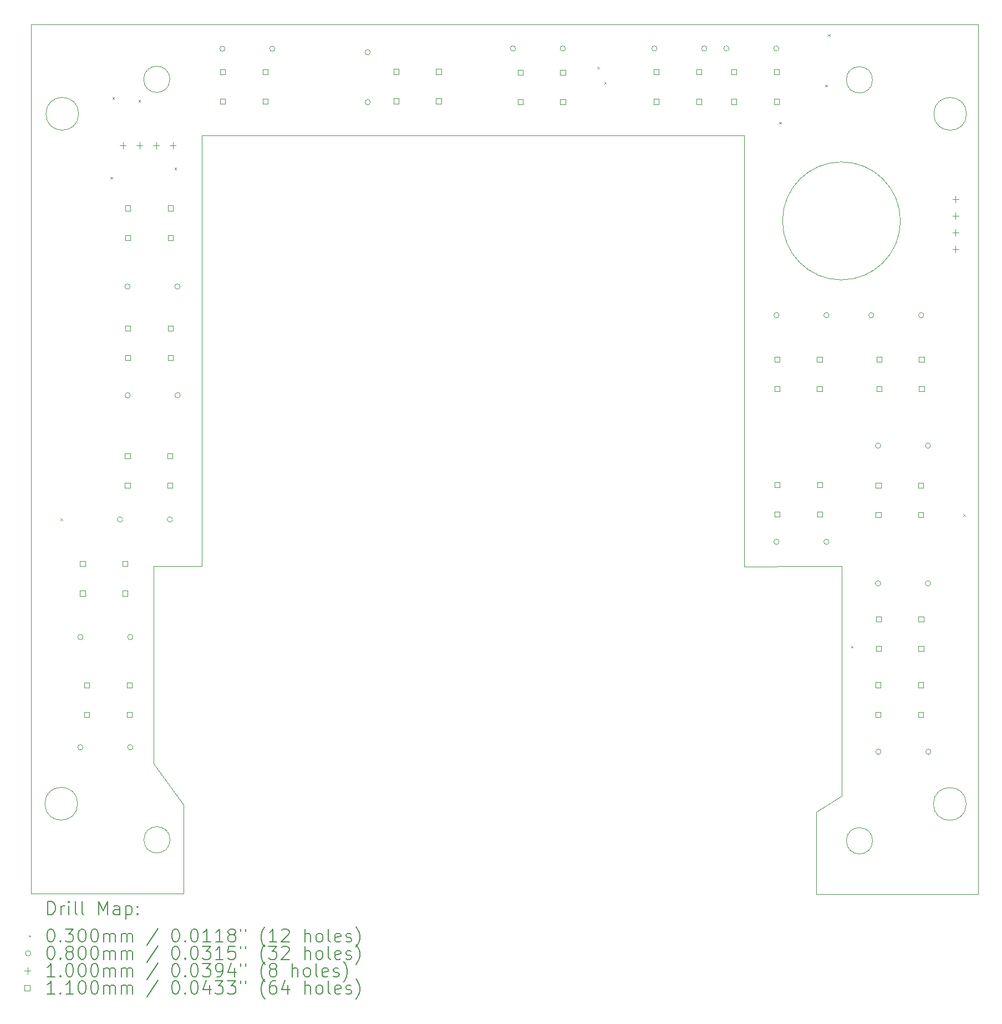
<source format=gbr>
%TF.GenerationSoftware,KiCad,Pcbnew,9.0.3*%
%TF.CreationDate,2025-07-31T04:13:42-06:00*%
%TF.ProjectId,ARC-210-Master-Board,4152432d-3231-4302-9d4d-61737465722d,rev?*%
%TF.SameCoordinates,Original*%
%TF.FileFunction,Drillmap*%
%TF.FilePolarity,Positive*%
%FSLAX45Y45*%
G04 Gerber Fmt 4.5, Leading zero omitted, Abs format (unit mm)*
G04 Created by KiCad (PCBNEW 9.0.3) date 2025-07-31 04:13:42*
%MOMM*%
%LPD*%
G01*
G04 APERTURE LIST*
%ADD10C,0.050000*%
%ADD11C,0.100000*%
%ADD12C,0.200000*%
%ADD13C,0.110000*%
G04 APERTURE END LIST*
D10*
X19289999Y-16054000D02*
X19290002Y-14799994D01*
X19678004Y-14557000D02*
X19290002Y-14799994D01*
X21756000Y-16054000D02*
X19289999Y-16054000D01*
X9628000Y-14694000D02*
X9628192Y-16044500D01*
X7295000Y-16044500D02*
X9628192Y-16044500D01*
X9166500Y-14064500D02*
X9628000Y-14694000D01*
X20145000Y-3634500D02*
G75*
G02*
X19745000Y-3634500I-200000J0D01*
G01*
X19745000Y-3634500D02*
G75*
G02*
X20145000Y-3634500I200000J0D01*
G01*
X8024000Y-4153000D02*
G75*
G02*
X7524000Y-4153000I-250000J0D01*
G01*
X7524000Y-4153000D02*
G75*
G02*
X8024000Y-4153000I250000J0D01*
G01*
X19678004Y-11057000D02*
X19678004Y-14557000D01*
X9166500Y-13187000D02*
X9166500Y-11057000D01*
X7295000Y-2787000D02*
X7295000Y-16044500D01*
D11*
X20571000Y-5787000D02*
G75*
G02*
X18771000Y-5787000I-900000J0D01*
G01*
X18771000Y-5787000D02*
G75*
G02*
X20571000Y-5787000I900000J0D01*
G01*
D10*
X21576000Y-14681000D02*
G75*
G02*
X21076000Y-14681000I-250000J0D01*
G01*
X21076000Y-14681000D02*
G75*
G02*
X21576000Y-14681000I250000J0D01*
G01*
X9906500Y-4479500D02*
X18186500Y-4487000D01*
X20146000Y-15243000D02*
G75*
G02*
X19746000Y-15243000I-200000J0D01*
G01*
X19746000Y-15243000D02*
G75*
G02*
X20146000Y-15243000I200000J0D01*
G01*
X21581000Y-4154000D02*
G75*
G02*
X21081000Y-4154000I-250000J0D01*
G01*
X21081000Y-4154000D02*
G75*
G02*
X21581000Y-4154000I250000J0D01*
G01*
X8008000Y-14678000D02*
G75*
G02*
X7508000Y-14678000I-250000J0D01*
G01*
X7508000Y-14678000D02*
G75*
G02*
X8008000Y-14678000I250000J0D01*
G01*
X9166500Y-13187000D02*
X9166500Y-14064500D01*
X9419000Y-15228000D02*
G75*
G02*
X9019000Y-15228000I-200000J0D01*
G01*
X9019000Y-15228000D02*
G75*
G02*
X9419000Y-15228000I200000J0D01*
G01*
X9901500Y-10667000D02*
X9906500Y-4479500D01*
X18181500Y-11062000D02*
X18181500Y-10667000D01*
X9907755Y-11057000D02*
X9901500Y-10667000D01*
X7295000Y-2787000D02*
X21756000Y-2786499D01*
X9907755Y-11057000D02*
X9166500Y-11057000D01*
X9416500Y-3627000D02*
G75*
G02*
X9016500Y-3627000I-200000J0D01*
G01*
X9016500Y-3627000D02*
G75*
G02*
X9416500Y-3627000I200000J0D01*
G01*
X21756000Y-2786499D02*
X21756000Y-16054000D01*
X19194000Y-11057000D02*
X19678004Y-11057000D01*
X18186500Y-4487000D02*
X18181500Y-10667000D01*
X19194000Y-11057000D02*
X18181500Y-11062000D01*
D12*
D11*
X7746000Y-10327000D02*
X7776000Y-10357000D01*
X7776000Y-10327000D02*
X7746000Y-10357000D01*
X8510000Y-5114000D02*
X8540000Y-5144000D01*
X8540000Y-5114000D02*
X8510000Y-5144000D01*
X8538000Y-3900000D02*
X8568000Y-3930000D01*
X8568000Y-3900000D02*
X8538000Y-3930000D01*
X8939000Y-3944948D02*
X8969000Y-3974948D01*
X8969000Y-3944948D02*
X8939000Y-3974948D01*
X9488000Y-4974000D02*
X9518000Y-5004000D01*
X9518000Y-4974000D02*
X9488000Y-5004000D01*
X15944000Y-3433000D02*
X15974000Y-3463000D01*
X15974000Y-3433000D02*
X15944000Y-3463000D01*
X16049000Y-3667000D02*
X16079000Y-3697000D01*
X16079000Y-3667000D02*
X16049000Y-3697000D01*
X18723000Y-4278000D02*
X18753000Y-4308000D01*
X18753000Y-4278000D02*
X18723000Y-4308000D01*
X19422000Y-3712000D02*
X19452000Y-3742000D01*
X19452000Y-3712000D02*
X19422000Y-3742000D01*
X19466000Y-2941000D02*
X19496000Y-2971000D01*
X19496000Y-2941000D02*
X19466000Y-2971000D01*
X19819000Y-12269000D02*
X19849000Y-12299000D01*
X19849000Y-12269000D02*
X19819000Y-12299000D01*
X21530000Y-10261000D02*
X21560000Y-10291000D01*
X21560000Y-10261000D02*
X21530000Y-10291000D01*
X8090000Y-12134000D02*
G75*
G02*
X8010000Y-12134000I-40000J0D01*
G01*
X8010000Y-12134000D02*
G75*
G02*
X8090000Y-12134000I40000J0D01*
G01*
X8090000Y-13817000D02*
G75*
G02*
X8010000Y-13817000I-40000J0D01*
G01*
X8010000Y-13817000D02*
G75*
G02*
X8090000Y-13817000I40000J0D01*
G01*
X8696000Y-10342000D02*
G75*
G02*
X8616000Y-10342000I-40000J0D01*
G01*
X8616000Y-10342000D02*
G75*
G02*
X8696000Y-10342000I40000J0D01*
G01*
X8810000Y-6788000D02*
G75*
G02*
X8730000Y-6788000I-40000J0D01*
G01*
X8730000Y-6788000D02*
G75*
G02*
X8810000Y-6788000I40000J0D01*
G01*
X8813000Y-8447000D02*
G75*
G02*
X8733000Y-8447000I-40000J0D01*
G01*
X8733000Y-8447000D02*
G75*
G02*
X8813000Y-8447000I40000J0D01*
G01*
X8852000Y-12134000D02*
G75*
G02*
X8772000Y-12134000I-40000J0D01*
G01*
X8772000Y-12134000D02*
G75*
G02*
X8852000Y-12134000I40000J0D01*
G01*
X8852000Y-13817000D02*
G75*
G02*
X8772000Y-13817000I-40000J0D01*
G01*
X8772000Y-13817000D02*
G75*
G02*
X8852000Y-13817000I40000J0D01*
G01*
X9458000Y-10342000D02*
G75*
G02*
X9378000Y-10342000I-40000J0D01*
G01*
X9378000Y-10342000D02*
G75*
G02*
X9458000Y-10342000I40000J0D01*
G01*
X9572000Y-6788000D02*
G75*
G02*
X9492000Y-6788000I-40000J0D01*
G01*
X9492000Y-6788000D02*
G75*
G02*
X9572000Y-6788000I40000J0D01*
G01*
X9575000Y-8447000D02*
G75*
G02*
X9495000Y-8447000I-40000J0D01*
G01*
X9495000Y-8447000D02*
G75*
G02*
X9575000Y-8447000I40000J0D01*
G01*
X10258000Y-3159000D02*
G75*
G02*
X10178000Y-3159000I-40000J0D01*
G01*
X10178000Y-3159000D02*
G75*
G02*
X10258000Y-3159000I40000J0D01*
G01*
X11020000Y-3159000D02*
G75*
G02*
X10940000Y-3159000I-40000J0D01*
G01*
X10940000Y-3159000D02*
G75*
G02*
X11020000Y-3159000I40000J0D01*
G01*
X12478000Y-3215000D02*
G75*
G02*
X12398000Y-3215000I-40000J0D01*
G01*
X12398000Y-3215000D02*
G75*
G02*
X12478000Y-3215000I40000J0D01*
G01*
X12478000Y-3977000D02*
G75*
G02*
X12398000Y-3977000I-40000J0D01*
G01*
X12398000Y-3977000D02*
G75*
G02*
X12478000Y-3977000I40000J0D01*
G01*
X14694000Y-3156000D02*
G75*
G02*
X14614000Y-3156000I-40000J0D01*
G01*
X14614000Y-3156000D02*
G75*
G02*
X14694000Y-3156000I40000J0D01*
G01*
X15456000Y-3156000D02*
G75*
G02*
X15376000Y-3156000I-40000J0D01*
G01*
X15376000Y-3156000D02*
G75*
G02*
X15456000Y-3156000I40000J0D01*
G01*
X16854000Y-3157000D02*
G75*
G02*
X16774000Y-3157000I-40000J0D01*
G01*
X16774000Y-3157000D02*
G75*
G02*
X16854000Y-3157000I40000J0D01*
G01*
X17616000Y-3157000D02*
G75*
G02*
X17536000Y-3157000I-40000J0D01*
G01*
X17536000Y-3157000D02*
G75*
G02*
X17616000Y-3157000I40000J0D01*
G01*
X17953000Y-3156000D02*
G75*
G02*
X17873000Y-3156000I-40000J0D01*
G01*
X17873000Y-3156000D02*
G75*
G02*
X17953000Y-3156000I40000J0D01*
G01*
X18715000Y-3156000D02*
G75*
G02*
X18635000Y-3156000I-40000J0D01*
G01*
X18635000Y-3156000D02*
G75*
G02*
X18715000Y-3156000I40000J0D01*
G01*
X18719000Y-7224000D02*
G75*
G02*
X18639000Y-7224000I-40000J0D01*
G01*
X18639000Y-7224000D02*
G75*
G02*
X18719000Y-7224000I40000J0D01*
G01*
X18719000Y-10682000D02*
G75*
G02*
X18639000Y-10682000I-40000J0D01*
G01*
X18639000Y-10682000D02*
G75*
G02*
X18719000Y-10682000I40000J0D01*
G01*
X19481000Y-7224000D02*
G75*
G02*
X19401000Y-7224000I-40000J0D01*
G01*
X19401000Y-7224000D02*
G75*
G02*
X19481000Y-7224000I40000J0D01*
G01*
X19481000Y-10682000D02*
G75*
G02*
X19401000Y-10682000I-40000J0D01*
G01*
X19401000Y-10682000D02*
G75*
G02*
X19481000Y-10682000I40000J0D01*
G01*
X20167000Y-7226000D02*
G75*
G02*
X20087000Y-7226000I-40000J0D01*
G01*
X20087000Y-7226000D02*
G75*
G02*
X20167000Y-7226000I40000J0D01*
G01*
X20270000Y-9215000D02*
G75*
G02*
X20190000Y-9215000I-40000J0D01*
G01*
X20190000Y-9215000D02*
G75*
G02*
X20270000Y-9215000I40000J0D01*
G01*
X20270000Y-11316000D02*
G75*
G02*
X20190000Y-11316000I-40000J0D01*
G01*
X20190000Y-11316000D02*
G75*
G02*
X20270000Y-11316000I40000J0D01*
G01*
X20275000Y-13885000D02*
G75*
G02*
X20195000Y-13885000I-40000J0D01*
G01*
X20195000Y-13885000D02*
G75*
G02*
X20275000Y-13885000I40000J0D01*
G01*
X20929000Y-7226000D02*
G75*
G02*
X20849000Y-7226000I-40000J0D01*
G01*
X20849000Y-7226000D02*
G75*
G02*
X20929000Y-7226000I40000J0D01*
G01*
X21032000Y-9215000D02*
G75*
G02*
X20952000Y-9215000I-40000J0D01*
G01*
X20952000Y-9215000D02*
G75*
G02*
X21032000Y-9215000I40000J0D01*
G01*
X21032000Y-11316000D02*
G75*
G02*
X20952000Y-11316000I-40000J0D01*
G01*
X20952000Y-11316000D02*
G75*
G02*
X21032000Y-11316000I40000J0D01*
G01*
X21037000Y-13885000D02*
G75*
G02*
X20957000Y-13885000I-40000J0D01*
G01*
X20957000Y-13885000D02*
G75*
G02*
X21037000Y-13885000I40000J0D01*
G01*
X8699000Y-4584000D02*
X8699000Y-4684000D01*
X8649000Y-4634000D02*
X8749000Y-4634000D01*
X8953000Y-4584000D02*
X8953000Y-4684000D01*
X8903000Y-4634000D02*
X9003000Y-4634000D01*
X9207000Y-4584000D02*
X9207000Y-4684000D01*
X9157000Y-4634000D02*
X9257000Y-4634000D01*
X9461000Y-4584000D02*
X9461000Y-4684000D01*
X9411000Y-4634000D02*
X9511000Y-4634000D01*
X21415000Y-5407000D02*
X21415000Y-5507000D01*
X21365000Y-5457000D02*
X21465000Y-5457000D01*
X21415000Y-5661000D02*
X21415000Y-5761000D01*
X21365000Y-5711000D02*
X21465000Y-5711000D01*
X21415000Y-5915000D02*
X21415000Y-6015000D01*
X21365000Y-5965000D02*
X21465000Y-5965000D01*
X21415000Y-6169000D02*
X21415000Y-6269000D01*
X21365000Y-6219000D02*
X21465000Y-6219000D01*
D13*
X8123891Y-11056891D02*
X8123891Y-10979109D01*
X8046109Y-10979109D01*
X8046109Y-11056891D01*
X8123891Y-11056891D01*
X8123891Y-11506891D02*
X8123891Y-11429109D01*
X8046109Y-11429109D01*
X8046109Y-11506891D01*
X8123891Y-11506891D01*
X8186891Y-12907891D02*
X8186891Y-12830109D01*
X8109109Y-12830109D01*
X8109109Y-12907891D01*
X8186891Y-12907891D01*
X8186891Y-13357891D02*
X8186891Y-13280109D01*
X8109109Y-13280109D01*
X8109109Y-13357891D01*
X8186891Y-13357891D01*
X8773891Y-11056891D02*
X8773891Y-10979109D01*
X8696109Y-10979109D01*
X8696109Y-11056891D01*
X8773891Y-11056891D01*
X8773891Y-11506891D02*
X8773891Y-11429109D01*
X8696109Y-11429109D01*
X8696109Y-11506891D01*
X8773891Y-11506891D01*
X8809891Y-9408891D02*
X8809891Y-9331109D01*
X8732109Y-9331109D01*
X8732109Y-9408891D01*
X8809891Y-9408891D01*
X8809891Y-9858891D02*
X8809891Y-9781109D01*
X8732109Y-9781109D01*
X8732109Y-9858891D01*
X8809891Y-9858891D01*
X8814891Y-5630891D02*
X8814891Y-5553109D01*
X8737109Y-5553109D01*
X8737109Y-5630891D01*
X8814891Y-5630891D01*
X8814891Y-6080891D02*
X8814891Y-6003109D01*
X8737109Y-6003109D01*
X8737109Y-6080891D01*
X8814891Y-6080891D01*
X8815891Y-7465891D02*
X8815891Y-7388109D01*
X8738109Y-7388109D01*
X8738109Y-7465891D01*
X8815891Y-7465891D01*
X8815891Y-7915891D02*
X8815891Y-7838109D01*
X8738109Y-7838109D01*
X8738109Y-7915891D01*
X8815891Y-7915891D01*
X8836891Y-12907891D02*
X8836891Y-12830109D01*
X8759109Y-12830109D01*
X8759109Y-12907891D01*
X8836891Y-12907891D01*
X8836891Y-13357891D02*
X8836891Y-13280109D01*
X8759109Y-13280109D01*
X8759109Y-13357891D01*
X8836891Y-13357891D01*
X9459891Y-9408891D02*
X9459891Y-9331109D01*
X9382109Y-9331109D01*
X9382109Y-9408891D01*
X9459891Y-9408891D01*
X9459891Y-9858891D02*
X9459891Y-9781109D01*
X9382109Y-9781109D01*
X9382109Y-9858891D01*
X9459891Y-9858891D01*
X9464891Y-5630891D02*
X9464891Y-5553109D01*
X9387109Y-5553109D01*
X9387109Y-5630891D01*
X9464891Y-5630891D01*
X9464891Y-6080891D02*
X9464891Y-6003109D01*
X9387109Y-6003109D01*
X9387109Y-6080891D01*
X9464891Y-6080891D01*
X9465891Y-7465891D02*
X9465891Y-7388109D01*
X9388109Y-7388109D01*
X9388109Y-7465891D01*
X9465891Y-7465891D01*
X9465891Y-7915891D02*
X9465891Y-7838109D01*
X9388109Y-7838109D01*
X9388109Y-7915891D01*
X9465891Y-7915891D01*
X10263891Y-3550891D02*
X10263891Y-3473109D01*
X10186109Y-3473109D01*
X10186109Y-3550891D01*
X10263891Y-3550891D01*
X10263891Y-4000891D02*
X10263891Y-3923109D01*
X10186109Y-3923109D01*
X10186109Y-4000891D01*
X10263891Y-4000891D01*
X10913891Y-3550891D02*
X10913891Y-3473109D01*
X10836109Y-3473109D01*
X10836109Y-3550891D01*
X10913891Y-3550891D01*
X10913891Y-4000891D02*
X10913891Y-3923109D01*
X10836109Y-3923109D01*
X10836109Y-4000891D01*
X10913891Y-4000891D01*
X12908891Y-3547891D02*
X12908891Y-3470109D01*
X12831109Y-3470109D01*
X12831109Y-3547891D01*
X12908891Y-3547891D01*
X12908891Y-3997891D02*
X12908891Y-3920109D01*
X12831109Y-3920109D01*
X12831109Y-3997891D01*
X12908891Y-3997891D01*
X13558891Y-3547891D02*
X13558891Y-3470109D01*
X13481109Y-3470109D01*
X13481109Y-3547891D01*
X13558891Y-3547891D01*
X13558891Y-3997891D02*
X13558891Y-3920109D01*
X13481109Y-3920109D01*
X13481109Y-3997891D01*
X13558891Y-3997891D01*
X14805891Y-3557891D02*
X14805891Y-3480109D01*
X14728109Y-3480109D01*
X14728109Y-3557891D01*
X14805891Y-3557891D01*
X14805891Y-4007891D02*
X14805891Y-3930109D01*
X14728109Y-3930109D01*
X14728109Y-4007891D01*
X14805891Y-4007891D01*
X15455891Y-3557891D02*
X15455891Y-3480109D01*
X15378109Y-3480109D01*
X15378109Y-3557891D01*
X15455891Y-3557891D01*
X15455891Y-4007891D02*
X15455891Y-3930109D01*
X15378109Y-3930109D01*
X15378109Y-4007891D01*
X15455891Y-4007891D01*
X16882891Y-3555891D02*
X16882891Y-3478109D01*
X16805109Y-3478109D01*
X16805109Y-3555891D01*
X16882891Y-3555891D01*
X16882891Y-4005891D02*
X16882891Y-3928109D01*
X16805109Y-3928109D01*
X16805109Y-4005891D01*
X16882891Y-4005891D01*
X17532891Y-3555891D02*
X17532891Y-3478109D01*
X17455109Y-3478109D01*
X17455109Y-3555891D01*
X17532891Y-3555891D01*
X17532891Y-4005891D02*
X17532891Y-3928109D01*
X17455109Y-3928109D01*
X17455109Y-4005891D01*
X17532891Y-4005891D01*
X18069891Y-3554891D02*
X18069891Y-3477109D01*
X17992109Y-3477109D01*
X17992109Y-3554891D01*
X18069891Y-3554891D01*
X18069891Y-4004891D02*
X18069891Y-3927109D01*
X17992109Y-3927109D01*
X17992109Y-4004891D01*
X18069891Y-4004891D01*
X18719891Y-3554891D02*
X18719891Y-3477109D01*
X18642109Y-3477109D01*
X18642109Y-3554891D01*
X18719891Y-3554891D01*
X18719891Y-4004891D02*
X18719891Y-3927109D01*
X18642109Y-3927109D01*
X18642109Y-4004891D01*
X18719891Y-4004891D01*
X18725391Y-7936891D02*
X18725391Y-7859109D01*
X18647609Y-7859109D01*
X18647609Y-7936891D01*
X18725391Y-7936891D01*
X18725391Y-8386891D02*
X18725391Y-8309109D01*
X18647609Y-8309109D01*
X18647609Y-8386891D01*
X18725391Y-8386891D01*
X18727891Y-9853891D02*
X18727891Y-9776109D01*
X18650109Y-9776109D01*
X18650109Y-9853891D01*
X18727891Y-9853891D01*
X18727891Y-10303891D02*
X18727891Y-10226109D01*
X18650109Y-10226109D01*
X18650109Y-10303891D01*
X18727891Y-10303891D01*
X19375391Y-7936891D02*
X19375391Y-7859109D01*
X19297609Y-7859109D01*
X19297609Y-7936891D01*
X19375391Y-7936891D01*
X19375391Y-8386891D02*
X19375391Y-8309109D01*
X19297609Y-8309109D01*
X19297609Y-8386891D01*
X19375391Y-8386891D01*
X19377891Y-9853891D02*
X19377891Y-9776109D01*
X19300109Y-9776109D01*
X19300109Y-9853891D01*
X19377891Y-9853891D01*
X19377891Y-10303891D02*
X19377891Y-10226109D01*
X19300109Y-10226109D01*
X19300109Y-10303891D01*
X19377891Y-10303891D01*
X20271891Y-12903891D02*
X20271891Y-12826109D01*
X20194109Y-12826109D01*
X20194109Y-12903891D01*
X20271891Y-12903891D01*
X20271891Y-13353891D02*
X20271891Y-13276109D01*
X20194109Y-13276109D01*
X20194109Y-13353891D01*
X20271891Y-13353891D01*
X20273891Y-9858891D02*
X20273891Y-9781109D01*
X20196109Y-9781109D01*
X20196109Y-9858891D01*
X20273891Y-9858891D01*
X20273891Y-10308891D02*
X20273891Y-10231109D01*
X20196109Y-10231109D01*
X20196109Y-10308891D01*
X20273891Y-10308891D01*
X20275891Y-11897891D02*
X20275891Y-11820109D01*
X20198109Y-11820109D01*
X20198109Y-11897891D01*
X20275891Y-11897891D01*
X20275891Y-12347891D02*
X20275891Y-12270109D01*
X20198109Y-12270109D01*
X20198109Y-12347891D01*
X20275891Y-12347891D01*
X20282891Y-7936891D02*
X20282891Y-7859109D01*
X20205109Y-7859109D01*
X20205109Y-7936891D01*
X20282891Y-7936891D01*
X20282891Y-8386891D02*
X20282891Y-8309109D01*
X20205109Y-8309109D01*
X20205109Y-8386891D01*
X20282891Y-8386891D01*
X20921891Y-12903891D02*
X20921891Y-12826109D01*
X20844109Y-12826109D01*
X20844109Y-12903891D01*
X20921891Y-12903891D01*
X20921891Y-13353891D02*
X20921891Y-13276109D01*
X20844109Y-13276109D01*
X20844109Y-13353891D01*
X20921891Y-13353891D01*
X20923891Y-9858891D02*
X20923891Y-9781109D01*
X20846109Y-9781109D01*
X20846109Y-9858891D01*
X20923891Y-9858891D01*
X20923891Y-10308891D02*
X20923891Y-10231109D01*
X20846109Y-10231109D01*
X20846109Y-10308891D01*
X20923891Y-10308891D01*
X20925891Y-11897891D02*
X20925891Y-11820109D01*
X20848109Y-11820109D01*
X20848109Y-11897891D01*
X20925891Y-11897891D01*
X20925891Y-12347891D02*
X20925891Y-12270109D01*
X20848109Y-12270109D01*
X20848109Y-12347891D01*
X20925891Y-12347891D01*
X20932891Y-7936891D02*
X20932891Y-7859109D01*
X20855109Y-7859109D01*
X20855109Y-7936891D01*
X20932891Y-7936891D01*
X20932891Y-8386891D02*
X20932891Y-8309109D01*
X20855109Y-8309109D01*
X20855109Y-8386891D01*
X20932891Y-8386891D01*
D12*
X7553277Y-16367984D02*
X7553277Y-16167984D01*
X7553277Y-16167984D02*
X7600896Y-16167984D01*
X7600896Y-16167984D02*
X7629467Y-16177508D01*
X7629467Y-16177508D02*
X7648515Y-16196555D01*
X7648515Y-16196555D02*
X7658039Y-16215603D01*
X7658039Y-16215603D02*
X7667562Y-16253698D01*
X7667562Y-16253698D02*
X7667562Y-16282269D01*
X7667562Y-16282269D02*
X7658039Y-16320365D01*
X7658039Y-16320365D02*
X7648515Y-16339412D01*
X7648515Y-16339412D02*
X7629467Y-16358460D01*
X7629467Y-16358460D02*
X7600896Y-16367984D01*
X7600896Y-16367984D02*
X7553277Y-16367984D01*
X7753277Y-16367984D02*
X7753277Y-16234650D01*
X7753277Y-16272746D02*
X7762801Y-16253698D01*
X7762801Y-16253698D02*
X7772324Y-16244174D01*
X7772324Y-16244174D02*
X7791372Y-16234650D01*
X7791372Y-16234650D02*
X7810420Y-16234650D01*
X7877086Y-16367984D02*
X7877086Y-16234650D01*
X7877086Y-16167984D02*
X7867562Y-16177508D01*
X7867562Y-16177508D02*
X7877086Y-16187031D01*
X7877086Y-16187031D02*
X7886610Y-16177508D01*
X7886610Y-16177508D02*
X7877086Y-16167984D01*
X7877086Y-16167984D02*
X7877086Y-16187031D01*
X8000896Y-16367984D02*
X7981848Y-16358460D01*
X7981848Y-16358460D02*
X7972324Y-16339412D01*
X7972324Y-16339412D02*
X7972324Y-16167984D01*
X8105658Y-16367984D02*
X8086610Y-16358460D01*
X8086610Y-16358460D02*
X8077086Y-16339412D01*
X8077086Y-16339412D02*
X8077086Y-16167984D01*
X8334229Y-16367984D02*
X8334229Y-16167984D01*
X8334229Y-16167984D02*
X8400896Y-16310841D01*
X8400896Y-16310841D02*
X8467563Y-16167984D01*
X8467563Y-16167984D02*
X8467563Y-16367984D01*
X8648515Y-16367984D02*
X8648515Y-16263222D01*
X8648515Y-16263222D02*
X8638991Y-16244174D01*
X8638991Y-16244174D02*
X8619944Y-16234650D01*
X8619944Y-16234650D02*
X8581848Y-16234650D01*
X8581848Y-16234650D02*
X8562801Y-16244174D01*
X8648515Y-16358460D02*
X8629467Y-16367984D01*
X8629467Y-16367984D02*
X8581848Y-16367984D01*
X8581848Y-16367984D02*
X8562801Y-16358460D01*
X8562801Y-16358460D02*
X8553277Y-16339412D01*
X8553277Y-16339412D02*
X8553277Y-16320365D01*
X8553277Y-16320365D02*
X8562801Y-16301317D01*
X8562801Y-16301317D02*
X8581848Y-16291793D01*
X8581848Y-16291793D02*
X8629467Y-16291793D01*
X8629467Y-16291793D02*
X8648515Y-16282269D01*
X8743753Y-16234650D02*
X8743753Y-16434650D01*
X8743753Y-16244174D02*
X8762801Y-16234650D01*
X8762801Y-16234650D02*
X8800896Y-16234650D01*
X8800896Y-16234650D02*
X8819944Y-16244174D01*
X8819944Y-16244174D02*
X8829467Y-16253698D01*
X8829467Y-16253698D02*
X8838991Y-16272746D01*
X8838991Y-16272746D02*
X8838991Y-16329888D01*
X8838991Y-16329888D02*
X8829467Y-16348936D01*
X8829467Y-16348936D02*
X8819944Y-16358460D01*
X8819944Y-16358460D02*
X8800896Y-16367984D01*
X8800896Y-16367984D02*
X8762801Y-16367984D01*
X8762801Y-16367984D02*
X8743753Y-16358460D01*
X8924705Y-16348936D02*
X8934229Y-16358460D01*
X8934229Y-16358460D02*
X8924705Y-16367984D01*
X8924705Y-16367984D02*
X8915182Y-16358460D01*
X8915182Y-16358460D02*
X8924705Y-16348936D01*
X8924705Y-16348936D02*
X8924705Y-16367984D01*
X8924705Y-16244174D02*
X8934229Y-16253698D01*
X8934229Y-16253698D02*
X8924705Y-16263222D01*
X8924705Y-16263222D02*
X8915182Y-16253698D01*
X8915182Y-16253698D02*
X8924705Y-16244174D01*
X8924705Y-16244174D02*
X8924705Y-16263222D01*
D11*
X7262500Y-16681500D02*
X7292500Y-16711500D01*
X7292500Y-16681500D02*
X7262500Y-16711500D01*
D12*
X7591372Y-16587984D02*
X7610420Y-16587984D01*
X7610420Y-16587984D02*
X7629467Y-16597508D01*
X7629467Y-16597508D02*
X7638991Y-16607031D01*
X7638991Y-16607031D02*
X7648515Y-16626079D01*
X7648515Y-16626079D02*
X7658039Y-16664174D01*
X7658039Y-16664174D02*
X7658039Y-16711793D01*
X7658039Y-16711793D02*
X7648515Y-16749888D01*
X7648515Y-16749888D02*
X7638991Y-16768936D01*
X7638991Y-16768936D02*
X7629467Y-16778460D01*
X7629467Y-16778460D02*
X7610420Y-16787984D01*
X7610420Y-16787984D02*
X7591372Y-16787984D01*
X7591372Y-16787984D02*
X7572324Y-16778460D01*
X7572324Y-16778460D02*
X7562801Y-16768936D01*
X7562801Y-16768936D02*
X7553277Y-16749888D01*
X7553277Y-16749888D02*
X7543753Y-16711793D01*
X7543753Y-16711793D02*
X7543753Y-16664174D01*
X7543753Y-16664174D02*
X7553277Y-16626079D01*
X7553277Y-16626079D02*
X7562801Y-16607031D01*
X7562801Y-16607031D02*
X7572324Y-16597508D01*
X7572324Y-16597508D02*
X7591372Y-16587984D01*
X7743753Y-16768936D02*
X7753277Y-16778460D01*
X7753277Y-16778460D02*
X7743753Y-16787984D01*
X7743753Y-16787984D02*
X7734229Y-16778460D01*
X7734229Y-16778460D02*
X7743753Y-16768936D01*
X7743753Y-16768936D02*
X7743753Y-16787984D01*
X7819943Y-16587984D02*
X7943753Y-16587984D01*
X7943753Y-16587984D02*
X7877086Y-16664174D01*
X7877086Y-16664174D02*
X7905658Y-16664174D01*
X7905658Y-16664174D02*
X7924705Y-16673698D01*
X7924705Y-16673698D02*
X7934229Y-16683222D01*
X7934229Y-16683222D02*
X7943753Y-16702269D01*
X7943753Y-16702269D02*
X7943753Y-16749888D01*
X7943753Y-16749888D02*
X7934229Y-16768936D01*
X7934229Y-16768936D02*
X7924705Y-16778460D01*
X7924705Y-16778460D02*
X7905658Y-16787984D01*
X7905658Y-16787984D02*
X7848515Y-16787984D01*
X7848515Y-16787984D02*
X7829467Y-16778460D01*
X7829467Y-16778460D02*
X7819943Y-16768936D01*
X8067562Y-16587984D02*
X8086610Y-16587984D01*
X8086610Y-16587984D02*
X8105658Y-16597508D01*
X8105658Y-16597508D02*
X8115182Y-16607031D01*
X8115182Y-16607031D02*
X8124705Y-16626079D01*
X8124705Y-16626079D02*
X8134229Y-16664174D01*
X8134229Y-16664174D02*
X8134229Y-16711793D01*
X8134229Y-16711793D02*
X8124705Y-16749888D01*
X8124705Y-16749888D02*
X8115182Y-16768936D01*
X8115182Y-16768936D02*
X8105658Y-16778460D01*
X8105658Y-16778460D02*
X8086610Y-16787984D01*
X8086610Y-16787984D02*
X8067562Y-16787984D01*
X8067562Y-16787984D02*
X8048515Y-16778460D01*
X8048515Y-16778460D02*
X8038991Y-16768936D01*
X8038991Y-16768936D02*
X8029467Y-16749888D01*
X8029467Y-16749888D02*
X8019943Y-16711793D01*
X8019943Y-16711793D02*
X8019943Y-16664174D01*
X8019943Y-16664174D02*
X8029467Y-16626079D01*
X8029467Y-16626079D02*
X8038991Y-16607031D01*
X8038991Y-16607031D02*
X8048515Y-16597508D01*
X8048515Y-16597508D02*
X8067562Y-16587984D01*
X8258039Y-16587984D02*
X8277086Y-16587984D01*
X8277086Y-16587984D02*
X8296134Y-16597508D01*
X8296134Y-16597508D02*
X8305658Y-16607031D01*
X8305658Y-16607031D02*
X8315182Y-16626079D01*
X8315182Y-16626079D02*
X8324705Y-16664174D01*
X8324705Y-16664174D02*
X8324705Y-16711793D01*
X8324705Y-16711793D02*
X8315182Y-16749888D01*
X8315182Y-16749888D02*
X8305658Y-16768936D01*
X8305658Y-16768936D02*
X8296134Y-16778460D01*
X8296134Y-16778460D02*
X8277086Y-16787984D01*
X8277086Y-16787984D02*
X8258039Y-16787984D01*
X8258039Y-16787984D02*
X8238991Y-16778460D01*
X8238991Y-16778460D02*
X8229467Y-16768936D01*
X8229467Y-16768936D02*
X8219943Y-16749888D01*
X8219943Y-16749888D02*
X8210420Y-16711793D01*
X8210420Y-16711793D02*
X8210420Y-16664174D01*
X8210420Y-16664174D02*
X8219943Y-16626079D01*
X8219943Y-16626079D02*
X8229467Y-16607031D01*
X8229467Y-16607031D02*
X8238991Y-16597508D01*
X8238991Y-16597508D02*
X8258039Y-16587984D01*
X8410420Y-16787984D02*
X8410420Y-16654650D01*
X8410420Y-16673698D02*
X8419944Y-16664174D01*
X8419944Y-16664174D02*
X8438991Y-16654650D01*
X8438991Y-16654650D02*
X8467563Y-16654650D01*
X8467563Y-16654650D02*
X8486610Y-16664174D01*
X8486610Y-16664174D02*
X8496134Y-16683222D01*
X8496134Y-16683222D02*
X8496134Y-16787984D01*
X8496134Y-16683222D02*
X8505658Y-16664174D01*
X8505658Y-16664174D02*
X8524705Y-16654650D01*
X8524705Y-16654650D02*
X8553277Y-16654650D01*
X8553277Y-16654650D02*
X8572325Y-16664174D01*
X8572325Y-16664174D02*
X8581848Y-16683222D01*
X8581848Y-16683222D02*
X8581848Y-16787984D01*
X8677086Y-16787984D02*
X8677086Y-16654650D01*
X8677086Y-16673698D02*
X8686610Y-16664174D01*
X8686610Y-16664174D02*
X8705658Y-16654650D01*
X8705658Y-16654650D02*
X8734229Y-16654650D01*
X8734229Y-16654650D02*
X8753277Y-16664174D01*
X8753277Y-16664174D02*
X8762801Y-16683222D01*
X8762801Y-16683222D02*
X8762801Y-16787984D01*
X8762801Y-16683222D02*
X8772325Y-16664174D01*
X8772325Y-16664174D02*
X8791372Y-16654650D01*
X8791372Y-16654650D02*
X8819944Y-16654650D01*
X8819944Y-16654650D02*
X8838991Y-16664174D01*
X8838991Y-16664174D02*
X8848515Y-16683222D01*
X8848515Y-16683222D02*
X8848515Y-16787984D01*
X9238991Y-16578460D02*
X9067563Y-16835603D01*
X9496134Y-16587984D02*
X9515182Y-16587984D01*
X9515182Y-16587984D02*
X9534229Y-16597508D01*
X9534229Y-16597508D02*
X9543753Y-16607031D01*
X9543753Y-16607031D02*
X9553277Y-16626079D01*
X9553277Y-16626079D02*
X9562801Y-16664174D01*
X9562801Y-16664174D02*
X9562801Y-16711793D01*
X9562801Y-16711793D02*
X9553277Y-16749888D01*
X9553277Y-16749888D02*
X9543753Y-16768936D01*
X9543753Y-16768936D02*
X9534229Y-16778460D01*
X9534229Y-16778460D02*
X9515182Y-16787984D01*
X9515182Y-16787984D02*
X9496134Y-16787984D01*
X9496134Y-16787984D02*
X9477087Y-16778460D01*
X9477087Y-16778460D02*
X9467563Y-16768936D01*
X9467563Y-16768936D02*
X9458039Y-16749888D01*
X9458039Y-16749888D02*
X9448515Y-16711793D01*
X9448515Y-16711793D02*
X9448515Y-16664174D01*
X9448515Y-16664174D02*
X9458039Y-16626079D01*
X9458039Y-16626079D02*
X9467563Y-16607031D01*
X9467563Y-16607031D02*
X9477087Y-16597508D01*
X9477087Y-16597508D02*
X9496134Y-16587984D01*
X9648515Y-16768936D02*
X9658039Y-16778460D01*
X9658039Y-16778460D02*
X9648515Y-16787984D01*
X9648515Y-16787984D02*
X9638991Y-16778460D01*
X9638991Y-16778460D02*
X9648515Y-16768936D01*
X9648515Y-16768936D02*
X9648515Y-16787984D01*
X9781848Y-16587984D02*
X9800896Y-16587984D01*
X9800896Y-16587984D02*
X9819944Y-16597508D01*
X9819944Y-16597508D02*
X9829468Y-16607031D01*
X9829468Y-16607031D02*
X9838991Y-16626079D01*
X9838991Y-16626079D02*
X9848515Y-16664174D01*
X9848515Y-16664174D02*
X9848515Y-16711793D01*
X9848515Y-16711793D02*
X9838991Y-16749888D01*
X9838991Y-16749888D02*
X9829468Y-16768936D01*
X9829468Y-16768936D02*
X9819944Y-16778460D01*
X9819944Y-16778460D02*
X9800896Y-16787984D01*
X9800896Y-16787984D02*
X9781848Y-16787984D01*
X9781848Y-16787984D02*
X9762801Y-16778460D01*
X9762801Y-16778460D02*
X9753277Y-16768936D01*
X9753277Y-16768936D02*
X9743753Y-16749888D01*
X9743753Y-16749888D02*
X9734229Y-16711793D01*
X9734229Y-16711793D02*
X9734229Y-16664174D01*
X9734229Y-16664174D02*
X9743753Y-16626079D01*
X9743753Y-16626079D02*
X9753277Y-16607031D01*
X9753277Y-16607031D02*
X9762801Y-16597508D01*
X9762801Y-16597508D02*
X9781848Y-16587984D01*
X10038991Y-16787984D02*
X9924706Y-16787984D01*
X9981848Y-16787984D02*
X9981848Y-16587984D01*
X9981848Y-16587984D02*
X9962801Y-16616555D01*
X9962801Y-16616555D02*
X9943753Y-16635603D01*
X9943753Y-16635603D02*
X9924706Y-16645127D01*
X10229468Y-16787984D02*
X10115182Y-16787984D01*
X10172325Y-16787984D02*
X10172325Y-16587984D01*
X10172325Y-16587984D02*
X10153277Y-16616555D01*
X10153277Y-16616555D02*
X10134229Y-16635603D01*
X10134229Y-16635603D02*
X10115182Y-16645127D01*
X10343753Y-16673698D02*
X10324706Y-16664174D01*
X10324706Y-16664174D02*
X10315182Y-16654650D01*
X10315182Y-16654650D02*
X10305658Y-16635603D01*
X10305658Y-16635603D02*
X10305658Y-16626079D01*
X10305658Y-16626079D02*
X10315182Y-16607031D01*
X10315182Y-16607031D02*
X10324706Y-16597508D01*
X10324706Y-16597508D02*
X10343753Y-16587984D01*
X10343753Y-16587984D02*
X10381849Y-16587984D01*
X10381849Y-16587984D02*
X10400896Y-16597508D01*
X10400896Y-16597508D02*
X10410420Y-16607031D01*
X10410420Y-16607031D02*
X10419944Y-16626079D01*
X10419944Y-16626079D02*
X10419944Y-16635603D01*
X10419944Y-16635603D02*
X10410420Y-16654650D01*
X10410420Y-16654650D02*
X10400896Y-16664174D01*
X10400896Y-16664174D02*
X10381849Y-16673698D01*
X10381849Y-16673698D02*
X10343753Y-16673698D01*
X10343753Y-16673698D02*
X10324706Y-16683222D01*
X10324706Y-16683222D02*
X10315182Y-16692746D01*
X10315182Y-16692746D02*
X10305658Y-16711793D01*
X10305658Y-16711793D02*
X10305658Y-16749888D01*
X10305658Y-16749888D02*
X10315182Y-16768936D01*
X10315182Y-16768936D02*
X10324706Y-16778460D01*
X10324706Y-16778460D02*
X10343753Y-16787984D01*
X10343753Y-16787984D02*
X10381849Y-16787984D01*
X10381849Y-16787984D02*
X10400896Y-16778460D01*
X10400896Y-16778460D02*
X10410420Y-16768936D01*
X10410420Y-16768936D02*
X10419944Y-16749888D01*
X10419944Y-16749888D02*
X10419944Y-16711793D01*
X10419944Y-16711793D02*
X10410420Y-16692746D01*
X10410420Y-16692746D02*
X10400896Y-16683222D01*
X10400896Y-16683222D02*
X10381849Y-16673698D01*
X10496134Y-16587984D02*
X10496134Y-16626079D01*
X10572325Y-16587984D02*
X10572325Y-16626079D01*
X10867563Y-16864174D02*
X10858039Y-16854650D01*
X10858039Y-16854650D02*
X10838991Y-16826079D01*
X10838991Y-16826079D02*
X10829468Y-16807031D01*
X10829468Y-16807031D02*
X10819944Y-16778460D01*
X10819944Y-16778460D02*
X10810420Y-16730841D01*
X10810420Y-16730841D02*
X10810420Y-16692746D01*
X10810420Y-16692746D02*
X10819944Y-16645127D01*
X10819944Y-16645127D02*
X10829468Y-16616555D01*
X10829468Y-16616555D02*
X10838991Y-16597508D01*
X10838991Y-16597508D02*
X10858039Y-16568936D01*
X10858039Y-16568936D02*
X10867563Y-16559412D01*
X11048515Y-16787984D02*
X10934230Y-16787984D01*
X10991372Y-16787984D02*
X10991372Y-16587984D01*
X10991372Y-16587984D02*
X10972325Y-16616555D01*
X10972325Y-16616555D02*
X10953277Y-16635603D01*
X10953277Y-16635603D02*
X10934230Y-16645127D01*
X11124706Y-16607031D02*
X11134230Y-16597508D01*
X11134230Y-16597508D02*
X11153277Y-16587984D01*
X11153277Y-16587984D02*
X11200896Y-16587984D01*
X11200896Y-16587984D02*
X11219944Y-16597508D01*
X11219944Y-16597508D02*
X11229468Y-16607031D01*
X11229468Y-16607031D02*
X11238991Y-16626079D01*
X11238991Y-16626079D02*
X11238991Y-16645127D01*
X11238991Y-16645127D02*
X11229468Y-16673698D01*
X11229468Y-16673698D02*
X11115182Y-16787984D01*
X11115182Y-16787984D02*
X11238991Y-16787984D01*
X11477087Y-16787984D02*
X11477087Y-16587984D01*
X11562801Y-16787984D02*
X11562801Y-16683222D01*
X11562801Y-16683222D02*
X11553277Y-16664174D01*
X11553277Y-16664174D02*
X11534230Y-16654650D01*
X11534230Y-16654650D02*
X11505658Y-16654650D01*
X11505658Y-16654650D02*
X11486610Y-16664174D01*
X11486610Y-16664174D02*
X11477087Y-16673698D01*
X11686610Y-16787984D02*
X11667563Y-16778460D01*
X11667563Y-16778460D02*
X11658039Y-16768936D01*
X11658039Y-16768936D02*
X11648515Y-16749888D01*
X11648515Y-16749888D02*
X11648515Y-16692746D01*
X11648515Y-16692746D02*
X11658039Y-16673698D01*
X11658039Y-16673698D02*
X11667563Y-16664174D01*
X11667563Y-16664174D02*
X11686610Y-16654650D01*
X11686610Y-16654650D02*
X11715182Y-16654650D01*
X11715182Y-16654650D02*
X11734230Y-16664174D01*
X11734230Y-16664174D02*
X11743753Y-16673698D01*
X11743753Y-16673698D02*
X11753277Y-16692746D01*
X11753277Y-16692746D02*
X11753277Y-16749888D01*
X11753277Y-16749888D02*
X11743753Y-16768936D01*
X11743753Y-16768936D02*
X11734230Y-16778460D01*
X11734230Y-16778460D02*
X11715182Y-16787984D01*
X11715182Y-16787984D02*
X11686610Y-16787984D01*
X11867563Y-16787984D02*
X11848515Y-16778460D01*
X11848515Y-16778460D02*
X11838991Y-16759412D01*
X11838991Y-16759412D02*
X11838991Y-16587984D01*
X12019944Y-16778460D02*
X12000896Y-16787984D01*
X12000896Y-16787984D02*
X11962801Y-16787984D01*
X11962801Y-16787984D02*
X11943753Y-16778460D01*
X11943753Y-16778460D02*
X11934230Y-16759412D01*
X11934230Y-16759412D02*
X11934230Y-16683222D01*
X11934230Y-16683222D02*
X11943753Y-16664174D01*
X11943753Y-16664174D02*
X11962801Y-16654650D01*
X11962801Y-16654650D02*
X12000896Y-16654650D01*
X12000896Y-16654650D02*
X12019944Y-16664174D01*
X12019944Y-16664174D02*
X12029468Y-16683222D01*
X12029468Y-16683222D02*
X12029468Y-16702269D01*
X12029468Y-16702269D02*
X11934230Y-16721317D01*
X12105658Y-16778460D02*
X12124706Y-16787984D01*
X12124706Y-16787984D02*
X12162801Y-16787984D01*
X12162801Y-16787984D02*
X12181849Y-16778460D01*
X12181849Y-16778460D02*
X12191372Y-16759412D01*
X12191372Y-16759412D02*
X12191372Y-16749888D01*
X12191372Y-16749888D02*
X12181849Y-16730841D01*
X12181849Y-16730841D02*
X12162801Y-16721317D01*
X12162801Y-16721317D02*
X12134230Y-16721317D01*
X12134230Y-16721317D02*
X12115182Y-16711793D01*
X12115182Y-16711793D02*
X12105658Y-16692746D01*
X12105658Y-16692746D02*
X12105658Y-16683222D01*
X12105658Y-16683222D02*
X12115182Y-16664174D01*
X12115182Y-16664174D02*
X12134230Y-16654650D01*
X12134230Y-16654650D02*
X12162801Y-16654650D01*
X12162801Y-16654650D02*
X12181849Y-16664174D01*
X12258039Y-16864174D02*
X12267563Y-16854650D01*
X12267563Y-16854650D02*
X12286611Y-16826079D01*
X12286611Y-16826079D02*
X12296134Y-16807031D01*
X12296134Y-16807031D02*
X12305658Y-16778460D01*
X12305658Y-16778460D02*
X12315182Y-16730841D01*
X12315182Y-16730841D02*
X12315182Y-16692746D01*
X12315182Y-16692746D02*
X12305658Y-16645127D01*
X12305658Y-16645127D02*
X12296134Y-16616555D01*
X12296134Y-16616555D02*
X12286611Y-16597508D01*
X12286611Y-16597508D02*
X12267563Y-16568936D01*
X12267563Y-16568936D02*
X12258039Y-16559412D01*
D11*
X7292500Y-16960500D02*
G75*
G02*
X7212500Y-16960500I-40000J0D01*
G01*
X7212500Y-16960500D02*
G75*
G02*
X7292500Y-16960500I40000J0D01*
G01*
D12*
X7591372Y-16851984D02*
X7610420Y-16851984D01*
X7610420Y-16851984D02*
X7629467Y-16861508D01*
X7629467Y-16861508D02*
X7638991Y-16871031D01*
X7638991Y-16871031D02*
X7648515Y-16890079D01*
X7648515Y-16890079D02*
X7658039Y-16928174D01*
X7658039Y-16928174D02*
X7658039Y-16975793D01*
X7658039Y-16975793D02*
X7648515Y-17013889D01*
X7648515Y-17013889D02*
X7638991Y-17032936D01*
X7638991Y-17032936D02*
X7629467Y-17042460D01*
X7629467Y-17042460D02*
X7610420Y-17051984D01*
X7610420Y-17051984D02*
X7591372Y-17051984D01*
X7591372Y-17051984D02*
X7572324Y-17042460D01*
X7572324Y-17042460D02*
X7562801Y-17032936D01*
X7562801Y-17032936D02*
X7553277Y-17013889D01*
X7553277Y-17013889D02*
X7543753Y-16975793D01*
X7543753Y-16975793D02*
X7543753Y-16928174D01*
X7543753Y-16928174D02*
X7553277Y-16890079D01*
X7553277Y-16890079D02*
X7562801Y-16871031D01*
X7562801Y-16871031D02*
X7572324Y-16861508D01*
X7572324Y-16861508D02*
X7591372Y-16851984D01*
X7743753Y-17032936D02*
X7753277Y-17042460D01*
X7753277Y-17042460D02*
X7743753Y-17051984D01*
X7743753Y-17051984D02*
X7734229Y-17042460D01*
X7734229Y-17042460D02*
X7743753Y-17032936D01*
X7743753Y-17032936D02*
X7743753Y-17051984D01*
X7867562Y-16937698D02*
X7848515Y-16928174D01*
X7848515Y-16928174D02*
X7838991Y-16918650D01*
X7838991Y-16918650D02*
X7829467Y-16899603D01*
X7829467Y-16899603D02*
X7829467Y-16890079D01*
X7829467Y-16890079D02*
X7838991Y-16871031D01*
X7838991Y-16871031D02*
X7848515Y-16861508D01*
X7848515Y-16861508D02*
X7867562Y-16851984D01*
X7867562Y-16851984D02*
X7905658Y-16851984D01*
X7905658Y-16851984D02*
X7924705Y-16861508D01*
X7924705Y-16861508D02*
X7934229Y-16871031D01*
X7934229Y-16871031D02*
X7943753Y-16890079D01*
X7943753Y-16890079D02*
X7943753Y-16899603D01*
X7943753Y-16899603D02*
X7934229Y-16918650D01*
X7934229Y-16918650D02*
X7924705Y-16928174D01*
X7924705Y-16928174D02*
X7905658Y-16937698D01*
X7905658Y-16937698D02*
X7867562Y-16937698D01*
X7867562Y-16937698D02*
X7848515Y-16947222D01*
X7848515Y-16947222D02*
X7838991Y-16956746D01*
X7838991Y-16956746D02*
X7829467Y-16975793D01*
X7829467Y-16975793D02*
X7829467Y-17013889D01*
X7829467Y-17013889D02*
X7838991Y-17032936D01*
X7838991Y-17032936D02*
X7848515Y-17042460D01*
X7848515Y-17042460D02*
X7867562Y-17051984D01*
X7867562Y-17051984D02*
X7905658Y-17051984D01*
X7905658Y-17051984D02*
X7924705Y-17042460D01*
X7924705Y-17042460D02*
X7934229Y-17032936D01*
X7934229Y-17032936D02*
X7943753Y-17013889D01*
X7943753Y-17013889D02*
X7943753Y-16975793D01*
X7943753Y-16975793D02*
X7934229Y-16956746D01*
X7934229Y-16956746D02*
X7924705Y-16947222D01*
X7924705Y-16947222D02*
X7905658Y-16937698D01*
X8067562Y-16851984D02*
X8086610Y-16851984D01*
X8086610Y-16851984D02*
X8105658Y-16861508D01*
X8105658Y-16861508D02*
X8115182Y-16871031D01*
X8115182Y-16871031D02*
X8124705Y-16890079D01*
X8124705Y-16890079D02*
X8134229Y-16928174D01*
X8134229Y-16928174D02*
X8134229Y-16975793D01*
X8134229Y-16975793D02*
X8124705Y-17013889D01*
X8124705Y-17013889D02*
X8115182Y-17032936D01*
X8115182Y-17032936D02*
X8105658Y-17042460D01*
X8105658Y-17042460D02*
X8086610Y-17051984D01*
X8086610Y-17051984D02*
X8067562Y-17051984D01*
X8067562Y-17051984D02*
X8048515Y-17042460D01*
X8048515Y-17042460D02*
X8038991Y-17032936D01*
X8038991Y-17032936D02*
X8029467Y-17013889D01*
X8029467Y-17013889D02*
X8019943Y-16975793D01*
X8019943Y-16975793D02*
X8019943Y-16928174D01*
X8019943Y-16928174D02*
X8029467Y-16890079D01*
X8029467Y-16890079D02*
X8038991Y-16871031D01*
X8038991Y-16871031D02*
X8048515Y-16861508D01*
X8048515Y-16861508D02*
X8067562Y-16851984D01*
X8258039Y-16851984D02*
X8277086Y-16851984D01*
X8277086Y-16851984D02*
X8296134Y-16861508D01*
X8296134Y-16861508D02*
X8305658Y-16871031D01*
X8305658Y-16871031D02*
X8315182Y-16890079D01*
X8315182Y-16890079D02*
X8324705Y-16928174D01*
X8324705Y-16928174D02*
X8324705Y-16975793D01*
X8324705Y-16975793D02*
X8315182Y-17013889D01*
X8315182Y-17013889D02*
X8305658Y-17032936D01*
X8305658Y-17032936D02*
X8296134Y-17042460D01*
X8296134Y-17042460D02*
X8277086Y-17051984D01*
X8277086Y-17051984D02*
X8258039Y-17051984D01*
X8258039Y-17051984D02*
X8238991Y-17042460D01*
X8238991Y-17042460D02*
X8229467Y-17032936D01*
X8229467Y-17032936D02*
X8219943Y-17013889D01*
X8219943Y-17013889D02*
X8210420Y-16975793D01*
X8210420Y-16975793D02*
X8210420Y-16928174D01*
X8210420Y-16928174D02*
X8219943Y-16890079D01*
X8219943Y-16890079D02*
X8229467Y-16871031D01*
X8229467Y-16871031D02*
X8238991Y-16861508D01*
X8238991Y-16861508D02*
X8258039Y-16851984D01*
X8410420Y-17051984D02*
X8410420Y-16918650D01*
X8410420Y-16937698D02*
X8419944Y-16928174D01*
X8419944Y-16928174D02*
X8438991Y-16918650D01*
X8438991Y-16918650D02*
X8467563Y-16918650D01*
X8467563Y-16918650D02*
X8486610Y-16928174D01*
X8486610Y-16928174D02*
X8496134Y-16947222D01*
X8496134Y-16947222D02*
X8496134Y-17051984D01*
X8496134Y-16947222D02*
X8505658Y-16928174D01*
X8505658Y-16928174D02*
X8524705Y-16918650D01*
X8524705Y-16918650D02*
X8553277Y-16918650D01*
X8553277Y-16918650D02*
X8572325Y-16928174D01*
X8572325Y-16928174D02*
X8581848Y-16947222D01*
X8581848Y-16947222D02*
X8581848Y-17051984D01*
X8677086Y-17051984D02*
X8677086Y-16918650D01*
X8677086Y-16937698D02*
X8686610Y-16928174D01*
X8686610Y-16928174D02*
X8705658Y-16918650D01*
X8705658Y-16918650D02*
X8734229Y-16918650D01*
X8734229Y-16918650D02*
X8753277Y-16928174D01*
X8753277Y-16928174D02*
X8762801Y-16947222D01*
X8762801Y-16947222D02*
X8762801Y-17051984D01*
X8762801Y-16947222D02*
X8772325Y-16928174D01*
X8772325Y-16928174D02*
X8791372Y-16918650D01*
X8791372Y-16918650D02*
X8819944Y-16918650D01*
X8819944Y-16918650D02*
X8838991Y-16928174D01*
X8838991Y-16928174D02*
X8848515Y-16947222D01*
X8848515Y-16947222D02*
X8848515Y-17051984D01*
X9238991Y-16842460D02*
X9067563Y-17099603D01*
X9496134Y-16851984D02*
X9515182Y-16851984D01*
X9515182Y-16851984D02*
X9534229Y-16861508D01*
X9534229Y-16861508D02*
X9543753Y-16871031D01*
X9543753Y-16871031D02*
X9553277Y-16890079D01*
X9553277Y-16890079D02*
X9562801Y-16928174D01*
X9562801Y-16928174D02*
X9562801Y-16975793D01*
X9562801Y-16975793D02*
X9553277Y-17013889D01*
X9553277Y-17013889D02*
X9543753Y-17032936D01*
X9543753Y-17032936D02*
X9534229Y-17042460D01*
X9534229Y-17042460D02*
X9515182Y-17051984D01*
X9515182Y-17051984D02*
X9496134Y-17051984D01*
X9496134Y-17051984D02*
X9477087Y-17042460D01*
X9477087Y-17042460D02*
X9467563Y-17032936D01*
X9467563Y-17032936D02*
X9458039Y-17013889D01*
X9458039Y-17013889D02*
X9448515Y-16975793D01*
X9448515Y-16975793D02*
X9448515Y-16928174D01*
X9448515Y-16928174D02*
X9458039Y-16890079D01*
X9458039Y-16890079D02*
X9467563Y-16871031D01*
X9467563Y-16871031D02*
X9477087Y-16861508D01*
X9477087Y-16861508D02*
X9496134Y-16851984D01*
X9648515Y-17032936D02*
X9658039Y-17042460D01*
X9658039Y-17042460D02*
X9648515Y-17051984D01*
X9648515Y-17051984D02*
X9638991Y-17042460D01*
X9638991Y-17042460D02*
X9648515Y-17032936D01*
X9648515Y-17032936D02*
X9648515Y-17051984D01*
X9781848Y-16851984D02*
X9800896Y-16851984D01*
X9800896Y-16851984D02*
X9819944Y-16861508D01*
X9819944Y-16861508D02*
X9829468Y-16871031D01*
X9829468Y-16871031D02*
X9838991Y-16890079D01*
X9838991Y-16890079D02*
X9848515Y-16928174D01*
X9848515Y-16928174D02*
X9848515Y-16975793D01*
X9848515Y-16975793D02*
X9838991Y-17013889D01*
X9838991Y-17013889D02*
X9829468Y-17032936D01*
X9829468Y-17032936D02*
X9819944Y-17042460D01*
X9819944Y-17042460D02*
X9800896Y-17051984D01*
X9800896Y-17051984D02*
X9781848Y-17051984D01*
X9781848Y-17051984D02*
X9762801Y-17042460D01*
X9762801Y-17042460D02*
X9753277Y-17032936D01*
X9753277Y-17032936D02*
X9743753Y-17013889D01*
X9743753Y-17013889D02*
X9734229Y-16975793D01*
X9734229Y-16975793D02*
X9734229Y-16928174D01*
X9734229Y-16928174D02*
X9743753Y-16890079D01*
X9743753Y-16890079D02*
X9753277Y-16871031D01*
X9753277Y-16871031D02*
X9762801Y-16861508D01*
X9762801Y-16861508D02*
X9781848Y-16851984D01*
X9915182Y-16851984D02*
X10038991Y-16851984D01*
X10038991Y-16851984D02*
X9972325Y-16928174D01*
X9972325Y-16928174D02*
X10000896Y-16928174D01*
X10000896Y-16928174D02*
X10019944Y-16937698D01*
X10019944Y-16937698D02*
X10029468Y-16947222D01*
X10029468Y-16947222D02*
X10038991Y-16966270D01*
X10038991Y-16966270D02*
X10038991Y-17013889D01*
X10038991Y-17013889D02*
X10029468Y-17032936D01*
X10029468Y-17032936D02*
X10019944Y-17042460D01*
X10019944Y-17042460D02*
X10000896Y-17051984D01*
X10000896Y-17051984D02*
X9943753Y-17051984D01*
X9943753Y-17051984D02*
X9924706Y-17042460D01*
X9924706Y-17042460D02*
X9915182Y-17032936D01*
X10229468Y-17051984D02*
X10115182Y-17051984D01*
X10172325Y-17051984D02*
X10172325Y-16851984D01*
X10172325Y-16851984D02*
X10153277Y-16880555D01*
X10153277Y-16880555D02*
X10134229Y-16899603D01*
X10134229Y-16899603D02*
X10115182Y-16909127D01*
X10410420Y-16851984D02*
X10315182Y-16851984D01*
X10315182Y-16851984D02*
X10305658Y-16947222D01*
X10305658Y-16947222D02*
X10315182Y-16937698D01*
X10315182Y-16937698D02*
X10334229Y-16928174D01*
X10334229Y-16928174D02*
X10381849Y-16928174D01*
X10381849Y-16928174D02*
X10400896Y-16937698D01*
X10400896Y-16937698D02*
X10410420Y-16947222D01*
X10410420Y-16947222D02*
X10419944Y-16966270D01*
X10419944Y-16966270D02*
X10419944Y-17013889D01*
X10419944Y-17013889D02*
X10410420Y-17032936D01*
X10410420Y-17032936D02*
X10400896Y-17042460D01*
X10400896Y-17042460D02*
X10381849Y-17051984D01*
X10381849Y-17051984D02*
X10334229Y-17051984D01*
X10334229Y-17051984D02*
X10315182Y-17042460D01*
X10315182Y-17042460D02*
X10305658Y-17032936D01*
X10496134Y-16851984D02*
X10496134Y-16890079D01*
X10572325Y-16851984D02*
X10572325Y-16890079D01*
X10867563Y-17128174D02*
X10858039Y-17118650D01*
X10858039Y-17118650D02*
X10838991Y-17090079D01*
X10838991Y-17090079D02*
X10829468Y-17071031D01*
X10829468Y-17071031D02*
X10819944Y-17042460D01*
X10819944Y-17042460D02*
X10810420Y-16994841D01*
X10810420Y-16994841D02*
X10810420Y-16956746D01*
X10810420Y-16956746D02*
X10819944Y-16909127D01*
X10819944Y-16909127D02*
X10829468Y-16880555D01*
X10829468Y-16880555D02*
X10838991Y-16861508D01*
X10838991Y-16861508D02*
X10858039Y-16832936D01*
X10858039Y-16832936D02*
X10867563Y-16823412D01*
X10924706Y-16851984D02*
X11048515Y-16851984D01*
X11048515Y-16851984D02*
X10981849Y-16928174D01*
X10981849Y-16928174D02*
X11010420Y-16928174D01*
X11010420Y-16928174D02*
X11029468Y-16937698D01*
X11029468Y-16937698D02*
X11038991Y-16947222D01*
X11038991Y-16947222D02*
X11048515Y-16966270D01*
X11048515Y-16966270D02*
X11048515Y-17013889D01*
X11048515Y-17013889D02*
X11038991Y-17032936D01*
X11038991Y-17032936D02*
X11029468Y-17042460D01*
X11029468Y-17042460D02*
X11010420Y-17051984D01*
X11010420Y-17051984D02*
X10953277Y-17051984D01*
X10953277Y-17051984D02*
X10934230Y-17042460D01*
X10934230Y-17042460D02*
X10924706Y-17032936D01*
X11124706Y-16871031D02*
X11134230Y-16861508D01*
X11134230Y-16861508D02*
X11153277Y-16851984D01*
X11153277Y-16851984D02*
X11200896Y-16851984D01*
X11200896Y-16851984D02*
X11219944Y-16861508D01*
X11219944Y-16861508D02*
X11229468Y-16871031D01*
X11229468Y-16871031D02*
X11238991Y-16890079D01*
X11238991Y-16890079D02*
X11238991Y-16909127D01*
X11238991Y-16909127D02*
X11229468Y-16937698D01*
X11229468Y-16937698D02*
X11115182Y-17051984D01*
X11115182Y-17051984D02*
X11238991Y-17051984D01*
X11477087Y-17051984D02*
X11477087Y-16851984D01*
X11562801Y-17051984D02*
X11562801Y-16947222D01*
X11562801Y-16947222D02*
X11553277Y-16928174D01*
X11553277Y-16928174D02*
X11534230Y-16918650D01*
X11534230Y-16918650D02*
X11505658Y-16918650D01*
X11505658Y-16918650D02*
X11486610Y-16928174D01*
X11486610Y-16928174D02*
X11477087Y-16937698D01*
X11686610Y-17051984D02*
X11667563Y-17042460D01*
X11667563Y-17042460D02*
X11658039Y-17032936D01*
X11658039Y-17032936D02*
X11648515Y-17013889D01*
X11648515Y-17013889D02*
X11648515Y-16956746D01*
X11648515Y-16956746D02*
X11658039Y-16937698D01*
X11658039Y-16937698D02*
X11667563Y-16928174D01*
X11667563Y-16928174D02*
X11686610Y-16918650D01*
X11686610Y-16918650D02*
X11715182Y-16918650D01*
X11715182Y-16918650D02*
X11734230Y-16928174D01*
X11734230Y-16928174D02*
X11743753Y-16937698D01*
X11743753Y-16937698D02*
X11753277Y-16956746D01*
X11753277Y-16956746D02*
X11753277Y-17013889D01*
X11753277Y-17013889D02*
X11743753Y-17032936D01*
X11743753Y-17032936D02*
X11734230Y-17042460D01*
X11734230Y-17042460D02*
X11715182Y-17051984D01*
X11715182Y-17051984D02*
X11686610Y-17051984D01*
X11867563Y-17051984D02*
X11848515Y-17042460D01*
X11848515Y-17042460D02*
X11838991Y-17023412D01*
X11838991Y-17023412D02*
X11838991Y-16851984D01*
X12019944Y-17042460D02*
X12000896Y-17051984D01*
X12000896Y-17051984D02*
X11962801Y-17051984D01*
X11962801Y-17051984D02*
X11943753Y-17042460D01*
X11943753Y-17042460D02*
X11934230Y-17023412D01*
X11934230Y-17023412D02*
X11934230Y-16947222D01*
X11934230Y-16947222D02*
X11943753Y-16928174D01*
X11943753Y-16928174D02*
X11962801Y-16918650D01*
X11962801Y-16918650D02*
X12000896Y-16918650D01*
X12000896Y-16918650D02*
X12019944Y-16928174D01*
X12019944Y-16928174D02*
X12029468Y-16947222D01*
X12029468Y-16947222D02*
X12029468Y-16966270D01*
X12029468Y-16966270D02*
X11934230Y-16985317D01*
X12105658Y-17042460D02*
X12124706Y-17051984D01*
X12124706Y-17051984D02*
X12162801Y-17051984D01*
X12162801Y-17051984D02*
X12181849Y-17042460D01*
X12181849Y-17042460D02*
X12191372Y-17023412D01*
X12191372Y-17023412D02*
X12191372Y-17013889D01*
X12191372Y-17013889D02*
X12181849Y-16994841D01*
X12181849Y-16994841D02*
X12162801Y-16985317D01*
X12162801Y-16985317D02*
X12134230Y-16985317D01*
X12134230Y-16985317D02*
X12115182Y-16975793D01*
X12115182Y-16975793D02*
X12105658Y-16956746D01*
X12105658Y-16956746D02*
X12105658Y-16947222D01*
X12105658Y-16947222D02*
X12115182Y-16928174D01*
X12115182Y-16928174D02*
X12134230Y-16918650D01*
X12134230Y-16918650D02*
X12162801Y-16918650D01*
X12162801Y-16918650D02*
X12181849Y-16928174D01*
X12258039Y-17128174D02*
X12267563Y-17118650D01*
X12267563Y-17118650D02*
X12286611Y-17090079D01*
X12286611Y-17090079D02*
X12296134Y-17071031D01*
X12296134Y-17071031D02*
X12305658Y-17042460D01*
X12305658Y-17042460D02*
X12315182Y-16994841D01*
X12315182Y-16994841D02*
X12315182Y-16956746D01*
X12315182Y-16956746D02*
X12305658Y-16909127D01*
X12305658Y-16909127D02*
X12296134Y-16880555D01*
X12296134Y-16880555D02*
X12286611Y-16861508D01*
X12286611Y-16861508D02*
X12267563Y-16832936D01*
X12267563Y-16832936D02*
X12258039Y-16823412D01*
D11*
X7242500Y-17174500D02*
X7242500Y-17274500D01*
X7192500Y-17224500D02*
X7292500Y-17224500D01*
D12*
X7658039Y-17315984D02*
X7543753Y-17315984D01*
X7600896Y-17315984D02*
X7600896Y-17115984D01*
X7600896Y-17115984D02*
X7581848Y-17144555D01*
X7581848Y-17144555D02*
X7562801Y-17163603D01*
X7562801Y-17163603D02*
X7543753Y-17173127D01*
X7743753Y-17296936D02*
X7753277Y-17306460D01*
X7753277Y-17306460D02*
X7743753Y-17315984D01*
X7743753Y-17315984D02*
X7734229Y-17306460D01*
X7734229Y-17306460D02*
X7743753Y-17296936D01*
X7743753Y-17296936D02*
X7743753Y-17315984D01*
X7877086Y-17115984D02*
X7896134Y-17115984D01*
X7896134Y-17115984D02*
X7915182Y-17125508D01*
X7915182Y-17125508D02*
X7924705Y-17135031D01*
X7924705Y-17135031D02*
X7934229Y-17154079D01*
X7934229Y-17154079D02*
X7943753Y-17192174D01*
X7943753Y-17192174D02*
X7943753Y-17239793D01*
X7943753Y-17239793D02*
X7934229Y-17277889D01*
X7934229Y-17277889D02*
X7924705Y-17296936D01*
X7924705Y-17296936D02*
X7915182Y-17306460D01*
X7915182Y-17306460D02*
X7896134Y-17315984D01*
X7896134Y-17315984D02*
X7877086Y-17315984D01*
X7877086Y-17315984D02*
X7858039Y-17306460D01*
X7858039Y-17306460D02*
X7848515Y-17296936D01*
X7848515Y-17296936D02*
X7838991Y-17277889D01*
X7838991Y-17277889D02*
X7829467Y-17239793D01*
X7829467Y-17239793D02*
X7829467Y-17192174D01*
X7829467Y-17192174D02*
X7838991Y-17154079D01*
X7838991Y-17154079D02*
X7848515Y-17135031D01*
X7848515Y-17135031D02*
X7858039Y-17125508D01*
X7858039Y-17125508D02*
X7877086Y-17115984D01*
X8067562Y-17115984D02*
X8086610Y-17115984D01*
X8086610Y-17115984D02*
X8105658Y-17125508D01*
X8105658Y-17125508D02*
X8115182Y-17135031D01*
X8115182Y-17135031D02*
X8124705Y-17154079D01*
X8124705Y-17154079D02*
X8134229Y-17192174D01*
X8134229Y-17192174D02*
X8134229Y-17239793D01*
X8134229Y-17239793D02*
X8124705Y-17277889D01*
X8124705Y-17277889D02*
X8115182Y-17296936D01*
X8115182Y-17296936D02*
X8105658Y-17306460D01*
X8105658Y-17306460D02*
X8086610Y-17315984D01*
X8086610Y-17315984D02*
X8067562Y-17315984D01*
X8067562Y-17315984D02*
X8048515Y-17306460D01*
X8048515Y-17306460D02*
X8038991Y-17296936D01*
X8038991Y-17296936D02*
X8029467Y-17277889D01*
X8029467Y-17277889D02*
X8019943Y-17239793D01*
X8019943Y-17239793D02*
X8019943Y-17192174D01*
X8019943Y-17192174D02*
X8029467Y-17154079D01*
X8029467Y-17154079D02*
X8038991Y-17135031D01*
X8038991Y-17135031D02*
X8048515Y-17125508D01*
X8048515Y-17125508D02*
X8067562Y-17115984D01*
X8258039Y-17115984D02*
X8277086Y-17115984D01*
X8277086Y-17115984D02*
X8296134Y-17125508D01*
X8296134Y-17125508D02*
X8305658Y-17135031D01*
X8305658Y-17135031D02*
X8315182Y-17154079D01*
X8315182Y-17154079D02*
X8324705Y-17192174D01*
X8324705Y-17192174D02*
X8324705Y-17239793D01*
X8324705Y-17239793D02*
X8315182Y-17277889D01*
X8315182Y-17277889D02*
X8305658Y-17296936D01*
X8305658Y-17296936D02*
X8296134Y-17306460D01*
X8296134Y-17306460D02*
X8277086Y-17315984D01*
X8277086Y-17315984D02*
X8258039Y-17315984D01*
X8258039Y-17315984D02*
X8238991Y-17306460D01*
X8238991Y-17306460D02*
X8229467Y-17296936D01*
X8229467Y-17296936D02*
X8219943Y-17277889D01*
X8219943Y-17277889D02*
X8210420Y-17239793D01*
X8210420Y-17239793D02*
X8210420Y-17192174D01*
X8210420Y-17192174D02*
X8219943Y-17154079D01*
X8219943Y-17154079D02*
X8229467Y-17135031D01*
X8229467Y-17135031D02*
X8238991Y-17125508D01*
X8238991Y-17125508D02*
X8258039Y-17115984D01*
X8410420Y-17315984D02*
X8410420Y-17182650D01*
X8410420Y-17201698D02*
X8419944Y-17192174D01*
X8419944Y-17192174D02*
X8438991Y-17182650D01*
X8438991Y-17182650D02*
X8467563Y-17182650D01*
X8467563Y-17182650D02*
X8486610Y-17192174D01*
X8486610Y-17192174D02*
X8496134Y-17211222D01*
X8496134Y-17211222D02*
X8496134Y-17315984D01*
X8496134Y-17211222D02*
X8505658Y-17192174D01*
X8505658Y-17192174D02*
X8524705Y-17182650D01*
X8524705Y-17182650D02*
X8553277Y-17182650D01*
X8553277Y-17182650D02*
X8572325Y-17192174D01*
X8572325Y-17192174D02*
X8581848Y-17211222D01*
X8581848Y-17211222D02*
X8581848Y-17315984D01*
X8677086Y-17315984D02*
X8677086Y-17182650D01*
X8677086Y-17201698D02*
X8686610Y-17192174D01*
X8686610Y-17192174D02*
X8705658Y-17182650D01*
X8705658Y-17182650D02*
X8734229Y-17182650D01*
X8734229Y-17182650D02*
X8753277Y-17192174D01*
X8753277Y-17192174D02*
X8762801Y-17211222D01*
X8762801Y-17211222D02*
X8762801Y-17315984D01*
X8762801Y-17211222D02*
X8772325Y-17192174D01*
X8772325Y-17192174D02*
X8791372Y-17182650D01*
X8791372Y-17182650D02*
X8819944Y-17182650D01*
X8819944Y-17182650D02*
X8838991Y-17192174D01*
X8838991Y-17192174D02*
X8848515Y-17211222D01*
X8848515Y-17211222D02*
X8848515Y-17315984D01*
X9238991Y-17106460D02*
X9067563Y-17363603D01*
X9496134Y-17115984D02*
X9515182Y-17115984D01*
X9515182Y-17115984D02*
X9534229Y-17125508D01*
X9534229Y-17125508D02*
X9543753Y-17135031D01*
X9543753Y-17135031D02*
X9553277Y-17154079D01*
X9553277Y-17154079D02*
X9562801Y-17192174D01*
X9562801Y-17192174D02*
X9562801Y-17239793D01*
X9562801Y-17239793D02*
X9553277Y-17277889D01*
X9553277Y-17277889D02*
X9543753Y-17296936D01*
X9543753Y-17296936D02*
X9534229Y-17306460D01*
X9534229Y-17306460D02*
X9515182Y-17315984D01*
X9515182Y-17315984D02*
X9496134Y-17315984D01*
X9496134Y-17315984D02*
X9477087Y-17306460D01*
X9477087Y-17306460D02*
X9467563Y-17296936D01*
X9467563Y-17296936D02*
X9458039Y-17277889D01*
X9458039Y-17277889D02*
X9448515Y-17239793D01*
X9448515Y-17239793D02*
X9448515Y-17192174D01*
X9448515Y-17192174D02*
X9458039Y-17154079D01*
X9458039Y-17154079D02*
X9467563Y-17135031D01*
X9467563Y-17135031D02*
X9477087Y-17125508D01*
X9477087Y-17125508D02*
X9496134Y-17115984D01*
X9648515Y-17296936D02*
X9658039Y-17306460D01*
X9658039Y-17306460D02*
X9648515Y-17315984D01*
X9648515Y-17315984D02*
X9638991Y-17306460D01*
X9638991Y-17306460D02*
X9648515Y-17296936D01*
X9648515Y-17296936D02*
X9648515Y-17315984D01*
X9781848Y-17115984D02*
X9800896Y-17115984D01*
X9800896Y-17115984D02*
X9819944Y-17125508D01*
X9819944Y-17125508D02*
X9829468Y-17135031D01*
X9829468Y-17135031D02*
X9838991Y-17154079D01*
X9838991Y-17154079D02*
X9848515Y-17192174D01*
X9848515Y-17192174D02*
X9848515Y-17239793D01*
X9848515Y-17239793D02*
X9838991Y-17277889D01*
X9838991Y-17277889D02*
X9829468Y-17296936D01*
X9829468Y-17296936D02*
X9819944Y-17306460D01*
X9819944Y-17306460D02*
X9800896Y-17315984D01*
X9800896Y-17315984D02*
X9781848Y-17315984D01*
X9781848Y-17315984D02*
X9762801Y-17306460D01*
X9762801Y-17306460D02*
X9753277Y-17296936D01*
X9753277Y-17296936D02*
X9743753Y-17277889D01*
X9743753Y-17277889D02*
X9734229Y-17239793D01*
X9734229Y-17239793D02*
X9734229Y-17192174D01*
X9734229Y-17192174D02*
X9743753Y-17154079D01*
X9743753Y-17154079D02*
X9753277Y-17135031D01*
X9753277Y-17135031D02*
X9762801Y-17125508D01*
X9762801Y-17125508D02*
X9781848Y-17115984D01*
X9915182Y-17115984D02*
X10038991Y-17115984D01*
X10038991Y-17115984D02*
X9972325Y-17192174D01*
X9972325Y-17192174D02*
X10000896Y-17192174D01*
X10000896Y-17192174D02*
X10019944Y-17201698D01*
X10019944Y-17201698D02*
X10029468Y-17211222D01*
X10029468Y-17211222D02*
X10038991Y-17230270D01*
X10038991Y-17230270D02*
X10038991Y-17277889D01*
X10038991Y-17277889D02*
X10029468Y-17296936D01*
X10029468Y-17296936D02*
X10019944Y-17306460D01*
X10019944Y-17306460D02*
X10000896Y-17315984D01*
X10000896Y-17315984D02*
X9943753Y-17315984D01*
X9943753Y-17315984D02*
X9924706Y-17306460D01*
X9924706Y-17306460D02*
X9915182Y-17296936D01*
X10134229Y-17315984D02*
X10172325Y-17315984D01*
X10172325Y-17315984D02*
X10191372Y-17306460D01*
X10191372Y-17306460D02*
X10200896Y-17296936D01*
X10200896Y-17296936D02*
X10219944Y-17268365D01*
X10219944Y-17268365D02*
X10229468Y-17230270D01*
X10229468Y-17230270D02*
X10229468Y-17154079D01*
X10229468Y-17154079D02*
X10219944Y-17135031D01*
X10219944Y-17135031D02*
X10210420Y-17125508D01*
X10210420Y-17125508D02*
X10191372Y-17115984D01*
X10191372Y-17115984D02*
X10153277Y-17115984D01*
X10153277Y-17115984D02*
X10134229Y-17125508D01*
X10134229Y-17125508D02*
X10124706Y-17135031D01*
X10124706Y-17135031D02*
X10115182Y-17154079D01*
X10115182Y-17154079D02*
X10115182Y-17201698D01*
X10115182Y-17201698D02*
X10124706Y-17220746D01*
X10124706Y-17220746D02*
X10134229Y-17230270D01*
X10134229Y-17230270D02*
X10153277Y-17239793D01*
X10153277Y-17239793D02*
X10191372Y-17239793D01*
X10191372Y-17239793D02*
X10210420Y-17230270D01*
X10210420Y-17230270D02*
X10219944Y-17220746D01*
X10219944Y-17220746D02*
X10229468Y-17201698D01*
X10400896Y-17182650D02*
X10400896Y-17315984D01*
X10353277Y-17106460D02*
X10305658Y-17249317D01*
X10305658Y-17249317D02*
X10429468Y-17249317D01*
X10496134Y-17115984D02*
X10496134Y-17154079D01*
X10572325Y-17115984D02*
X10572325Y-17154079D01*
X10867563Y-17392174D02*
X10858039Y-17382650D01*
X10858039Y-17382650D02*
X10838991Y-17354079D01*
X10838991Y-17354079D02*
X10829468Y-17335031D01*
X10829468Y-17335031D02*
X10819944Y-17306460D01*
X10819944Y-17306460D02*
X10810420Y-17258841D01*
X10810420Y-17258841D02*
X10810420Y-17220746D01*
X10810420Y-17220746D02*
X10819944Y-17173127D01*
X10819944Y-17173127D02*
X10829468Y-17144555D01*
X10829468Y-17144555D02*
X10838991Y-17125508D01*
X10838991Y-17125508D02*
X10858039Y-17096936D01*
X10858039Y-17096936D02*
X10867563Y-17087412D01*
X10972325Y-17201698D02*
X10953277Y-17192174D01*
X10953277Y-17192174D02*
X10943753Y-17182650D01*
X10943753Y-17182650D02*
X10934230Y-17163603D01*
X10934230Y-17163603D02*
X10934230Y-17154079D01*
X10934230Y-17154079D02*
X10943753Y-17135031D01*
X10943753Y-17135031D02*
X10953277Y-17125508D01*
X10953277Y-17125508D02*
X10972325Y-17115984D01*
X10972325Y-17115984D02*
X11010420Y-17115984D01*
X11010420Y-17115984D02*
X11029468Y-17125508D01*
X11029468Y-17125508D02*
X11038991Y-17135031D01*
X11038991Y-17135031D02*
X11048515Y-17154079D01*
X11048515Y-17154079D02*
X11048515Y-17163603D01*
X11048515Y-17163603D02*
X11038991Y-17182650D01*
X11038991Y-17182650D02*
X11029468Y-17192174D01*
X11029468Y-17192174D02*
X11010420Y-17201698D01*
X11010420Y-17201698D02*
X10972325Y-17201698D01*
X10972325Y-17201698D02*
X10953277Y-17211222D01*
X10953277Y-17211222D02*
X10943753Y-17220746D01*
X10943753Y-17220746D02*
X10934230Y-17239793D01*
X10934230Y-17239793D02*
X10934230Y-17277889D01*
X10934230Y-17277889D02*
X10943753Y-17296936D01*
X10943753Y-17296936D02*
X10953277Y-17306460D01*
X10953277Y-17306460D02*
X10972325Y-17315984D01*
X10972325Y-17315984D02*
X11010420Y-17315984D01*
X11010420Y-17315984D02*
X11029468Y-17306460D01*
X11029468Y-17306460D02*
X11038991Y-17296936D01*
X11038991Y-17296936D02*
X11048515Y-17277889D01*
X11048515Y-17277889D02*
X11048515Y-17239793D01*
X11048515Y-17239793D02*
X11038991Y-17220746D01*
X11038991Y-17220746D02*
X11029468Y-17211222D01*
X11029468Y-17211222D02*
X11010420Y-17201698D01*
X11286610Y-17315984D02*
X11286610Y-17115984D01*
X11372325Y-17315984D02*
X11372325Y-17211222D01*
X11372325Y-17211222D02*
X11362801Y-17192174D01*
X11362801Y-17192174D02*
X11343753Y-17182650D01*
X11343753Y-17182650D02*
X11315182Y-17182650D01*
X11315182Y-17182650D02*
X11296134Y-17192174D01*
X11296134Y-17192174D02*
X11286610Y-17201698D01*
X11496134Y-17315984D02*
X11477087Y-17306460D01*
X11477087Y-17306460D02*
X11467563Y-17296936D01*
X11467563Y-17296936D02*
X11458039Y-17277889D01*
X11458039Y-17277889D02*
X11458039Y-17220746D01*
X11458039Y-17220746D02*
X11467563Y-17201698D01*
X11467563Y-17201698D02*
X11477087Y-17192174D01*
X11477087Y-17192174D02*
X11496134Y-17182650D01*
X11496134Y-17182650D02*
X11524706Y-17182650D01*
X11524706Y-17182650D02*
X11543753Y-17192174D01*
X11543753Y-17192174D02*
X11553277Y-17201698D01*
X11553277Y-17201698D02*
X11562801Y-17220746D01*
X11562801Y-17220746D02*
X11562801Y-17277889D01*
X11562801Y-17277889D02*
X11553277Y-17296936D01*
X11553277Y-17296936D02*
X11543753Y-17306460D01*
X11543753Y-17306460D02*
X11524706Y-17315984D01*
X11524706Y-17315984D02*
X11496134Y-17315984D01*
X11677087Y-17315984D02*
X11658039Y-17306460D01*
X11658039Y-17306460D02*
X11648515Y-17287412D01*
X11648515Y-17287412D02*
X11648515Y-17115984D01*
X11829468Y-17306460D02*
X11810420Y-17315984D01*
X11810420Y-17315984D02*
X11772325Y-17315984D01*
X11772325Y-17315984D02*
X11753277Y-17306460D01*
X11753277Y-17306460D02*
X11743753Y-17287412D01*
X11743753Y-17287412D02*
X11743753Y-17211222D01*
X11743753Y-17211222D02*
X11753277Y-17192174D01*
X11753277Y-17192174D02*
X11772325Y-17182650D01*
X11772325Y-17182650D02*
X11810420Y-17182650D01*
X11810420Y-17182650D02*
X11829468Y-17192174D01*
X11829468Y-17192174D02*
X11838991Y-17211222D01*
X11838991Y-17211222D02*
X11838991Y-17230270D01*
X11838991Y-17230270D02*
X11743753Y-17249317D01*
X11915182Y-17306460D02*
X11934230Y-17315984D01*
X11934230Y-17315984D02*
X11972325Y-17315984D01*
X11972325Y-17315984D02*
X11991372Y-17306460D01*
X11991372Y-17306460D02*
X12000896Y-17287412D01*
X12000896Y-17287412D02*
X12000896Y-17277889D01*
X12000896Y-17277889D02*
X11991372Y-17258841D01*
X11991372Y-17258841D02*
X11972325Y-17249317D01*
X11972325Y-17249317D02*
X11943753Y-17249317D01*
X11943753Y-17249317D02*
X11924706Y-17239793D01*
X11924706Y-17239793D02*
X11915182Y-17220746D01*
X11915182Y-17220746D02*
X11915182Y-17211222D01*
X11915182Y-17211222D02*
X11924706Y-17192174D01*
X11924706Y-17192174D02*
X11943753Y-17182650D01*
X11943753Y-17182650D02*
X11972325Y-17182650D01*
X11972325Y-17182650D02*
X11991372Y-17192174D01*
X12067563Y-17392174D02*
X12077087Y-17382650D01*
X12077087Y-17382650D02*
X12096134Y-17354079D01*
X12096134Y-17354079D02*
X12105658Y-17335031D01*
X12105658Y-17335031D02*
X12115182Y-17306460D01*
X12115182Y-17306460D02*
X12124706Y-17258841D01*
X12124706Y-17258841D02*
X12124706Y-17220746D01*
X12124706Y-17220746D02*
X12115182Y-17173127D01*
X12115182Y-17173127D02*
X12105658Y-17144555D01*
X12105658Y-17144555D02*
X12096134Y-17125508D01*
X12096134Y-17125508D02*
X12077087Y-17096936D01*
X12077087Y-17096936D02*
X12067563Y-17087412D01*
D13*
X7276391Y-17527391D02*
X7276391Y-17449609D01*
X7198609Y-17449609D01*
X7198609Y-17527391D01*
X7276391Y-17527391D01*
D12*
X7658039Y-17579984D02*
X7543753Y-17579984D01*
X7600896Y-17579984D02*
X7600896Y-17379984D01*
X7600896Y-17379984D02*
X7581848Y-17408555D01*
X7581848Y-17408555D02*
X7562801Y-17427603D01*
X7562801Y-17427603D02*
X7543753Y-17437127D01*
X7743753Y-17560936D02*
X7753277Y-17570460D01*
X7753277Y-17570460D02*
X7743753Y-17579984D01*
X7743753Y-17579984D02*
X7734229Y-17570460D01*
X7734229Y-17570460D02*
X7743753Y-17560936D01*
X7743753Y-17560936D02*
X7743753Y-17579984D01*
X7943753Y-17579984D02*
X7829467Y-17579984D01*
X7886610Y-17579984D02*
X7886610Y-17379984D01*
X7886610Y-17379984D02*
X7867562Y-17408555D01*
X7867562Y-17408555D02*
X7848515Y-17427603D01*
X7848515Y-17427603D02*
X7829467Y-17437127D01*
X8067562Y-17379984D02*
X8086610Y-17379984D01*
X8086610Y-17379984D02*
X8105658Y-17389508D01*
X8105658Y-17389508D02*
X8115182Y-17399031D01*
X8115182Y-17399031D02*
X8124705Y-17418079D01*
X8124705Y-17418079D02*
X8134229Y-17456174D01*
X8134229Y-17456174D02*
X8134229Y-17503793D01*
X8134229Y-17503793D02*
X8124705Y-17541889D01*
X8124705Y-17541889D02*
X8115182Y-17560936D01*
X8115182Y-17560936D02*
X8105658Y-17570460D01*
X8105658Y-17570460D02*
X8086610Y-17579984D01*
X8086610Y-17579984D02*
X8067562Y-17579984D01*
X8067562Y-17579984D02*
X8048515Y-17570460D01*
X8048515Y-17570460D02*
X8038991Y-17560936D01*
X8038991Y-17560936D02*
X8029467Y-17541889D01*
X8029467Y-17541889D02*
X8019943Y-17503793D01*
X8019943Y-17503793D02*
X8019943Y-17456174D01*
X8019943Y-17456174D02*
X8029467Y-17418079D01*
X8029467Y-17418079D02*
X8038991Y-17399031D01*
X8038991Y-17399031D02*
X8048515Y-17389508D01*
X8048515Y-17389508D02*
X8067562Y-17379984D01*
X8258039Y-17379984D02*
X8277086Y-17379984D01*
X8277086Y-17379984D02*
X8296134Y-17389508D01*
X8296134Y-17389508D02*
X8305658Y-17399031D01*
X8305658Y-17399031D02*
X8315182Y-17418079D01*
X8315182Y-17418079D02*
X8324705Y-17456174D01*
X8324705Y-17456174D02*
X8324705Y-17503793D01*
X8324705Y-17503793D02*
X8315182Y-17541889D01*
X8315182Y-17541889D02*
X8305658Y-17560936D01*
X8305658Y-17560936D02*
X8296134Y-17570460D01*
X8296134Y-17570460D02*
X8277086Y-17579984D01*
X8277086Y-17579984D02*
X8258039Y-17579984D01*
X8258039Y-17579984D02*
X8238991Y-17570460D01*
X8238991Y-17570460D02*
X8229467Y-17560936D01*
X8229467Y-17560936D02*
X8219943Y-17541889D01*
X8219943Y-17541889D02*
X8210420Y-17503793D01*
X8210420Y-17503793D02*
X8210420Y-17456174D01*
X8210420Y-17456174D02*
X8219943Y-17418079D01*
X8219943Y-17418079D02*
X8229467Y-17399031D01*
X8229467Y-17399031D02*
X8238991Y-17389508D01*
X8238991Y-17389508D02*
X8258039Y-17379984D01*
X8410420Y-17579984D02*
X8410420Y-17446650D01*
X8410420Y-17465698D02*
X8419944Y-17456174D01*
X8419944Y-17456174D02*
X8438991Y-17446650D01*
X8438991Y-17446650D02*
X8467563Y-17446650D01*
X8467563Y-17446650D02*
X8486610Y-17456174D01*
X8486610Y-17456174D02*
X8496134Y-17475222D01*
X8496134Y-17475222D02*
X8496134Y-17579984D01*
X8496134Y-17475222D02*
X8505658Y-17456174D01*
X8505658Y-17456174D02*
X8524705Y-17446650D01*
X8524705Y-17446650D02*
X8553277Y-17446650D01*
X8553277Y-17446650D02*
X8572325Y-17456174D01*
X8572325Y-17456174D02*
X8581848Y-17475222D01*
X8581848Y-17475222D02*
X8581848Y-17579984D01*
X8677086Y-17579984D02*
X8677086Y-17446650D01*
X8677086Y-17465698D02*
X8686610Y-17456174D01*
X8686610Y-17456174D02*
X8705658Y-17446650D01*
X8705658Y-17446650D02*
X8734229Y-17446650D01*
X8734229Y-17446650D02*
X8753277Y-17456174D01*
X8753277Y-17456174D02*
X8762801Y-17475222D01*
X8762801Y-17475222D02*
X8762801Y-17579984D01*
X8762801Y-17475222D02*
X8772325Y-17456174D01*
X8772325Y-17456174D02*
X8791372Y-17446650D01*
X8791372Y-17446650D02*
X8819944Y-17446650D01*
X8819944Y-17446650D02*
X8838991Y-17456174D01*
X8838991Y-17456174D02*
X8848515Y-17475222D01*
X8848515Y-17475222D02*
X8848515Y-17579984D01*
X9238991Y-17370460D02*
X9067563Y-17627603D01*
X9496134Y-17379984D02*
X9515182Y-17379984D01*
X9515182Y-17379984D02*
X9534229Y-17389508D01*
X9534229Y-17389508D02*
X9543753Y-17399031D01*
X9543753Y-17399031D02*
X9553277Y-17418079D01*
X9553277Y-17418079D02*
X9562801Y-17456174D01*
X9562801Y-17456174D02*
X9562801Y-17503793D01*
X9562801Y-17503793D02*
X9553277Y-17541889D01*
X9553277Y-17541889D02*
X9543753Y-17560936D01*
X9543753Y-17560936D02*
X9534229Y-17570460D01*
X9534229Y-17570460D02*
X9515182Y-17579984D01*
X9515182Y-17579984D02*
X9496134Y-17579984D01*
X9496134Y-17579984D02*
X9477087Y-17570460D01*
X9477087Y-17570460D02*
X9467563Y-17560936D01*
X9467563Y-17560936D02*
X9458039Y-17541889D01*
X9458039Y-17541889D02*
X9448515Y-17503793D01*
X9448515Y-17503793D02*
X9448515Y-17456174D01*
X9448515Y-17456174D02*
X9458039Y-17418079D01*
X9458039Y-17418079D02*
X9467563Y-17399031D01*
X9467563Y-17399031D02*
X9477087Y-17389508D01*
X9477087Y-17389508D02*
X9496134Y-17379984D01*
X9648515Y-17560936D02*
X9658039Y-17570460D01*
X9658039Y-17570460D02*
X9648515Y-17579984D01*
X9648515Y-17579984D02*
X9638991Y-17570460D01*
X9638991Y-17570460D02*
X9648515Y-17560936D01*
X9648515Y-17560936D02*
X9648515Y-17579984D01*
X9781848Y-17379984D02*
X9800896Y-17379984D01*
X9800896Y-17379984D02*
X9819944Y-17389508D01*
X9819944Y-17389508D02*
X9829468Y-17399031D01*
X9829468Y-17399031D02*
X9838991Y-17418079D01*
X9838991Y-17418079D02*
X9848515Y-17456174D01*
X9848515Y-17456174D02*
X9848515Y-17503793D01*
X9848515Y-17503793D02*
X9838991Y-17541889D01*
X9838991Y-17541889D02*
X9829468Y-17560936D01*
X9829468Y-17560936D02*
X9819944Y-17570460D01*
X9819944Y-17570460D02*
X9800896Y-17579984D01*
X9800896Y-17579984D02*
X9781848Y-17579984D01*
X9781848Y-17579984D02*
X9762801Y-17570460D01*
X9762801Y-17570460D02*
X9753277Y-17560936D01*
X9753277Y-17560936D02*
X9743753Y-17541889D01*
X9743753Y-17541889D02*
X9734229Y-17503793D01*
X9734229Y-17503793D02*
X9734229Y-17456174D01*
X9734229Y-17456174D02*
X9743753Y-17418079D01*
X9743753Y-17418079D02*
X9753277Y-17399031D01*
X9753277Y-17399031D02*
X9762801Y-17389508D01*
X9762801Y-17389508D02*
X9781848Y-17379984D01*
X10019944Y-17446650D02*
X10019944Y-17579984D01*
X9972325Y-17370460D02*
X9924706Y-17513317D01*
X9924706Y-17513317D02*
X10048515Y-17513317D01*
X10105658Y-17379984D02*
X10229468Y-17379984D01*
X10229468Y-17379984D02*
X10162801Y-17456174D01*
X10162801Y-17456174D02*
X10191372Y-17456174D01*
X10191372Y-17456174D02*
X10210420Y-17465698D01*
X10210420Y-17465698D02*
X10219944Y-17475222D01*
X10219944Y-17475222D02*
X10229468Y-17494270D01*
X10229468Y-17494270D02*
X10229468Y-17541889D01*
X10229468Y-17541889D02*
X10219944Y-17560936D01*
X10219944Y-17560936D02*
X10210420Y-17570460D01*
X10210420Y-17570460D02*
X10191372Y-17579984D01*
X10191372Y-17579984D02*
X10134229Y-17579984D01*
X10134229Y-17579984D02*
X10115182Y-17570460D01*
X10115182Y-17570460D02*
X10105658Y-17560936D01*
X10296134Y-17379984D02*
X10419944Y-17379984D01*
X10419944Y-17379984D02*
X10353277Y-17456174D01*
X10353277Y-17456174D02*
X10381849Y-17456174D01*
X10381849Y-17456174D02*
X10400896Y-17465698D01*
X10400896Y-17465698D02*
X10410420Y-17475222D01*
X10410420Y-17475222D02*
X10419944Y-17494270D01*
X10419944Y-17494270D02*
X10419944Y-17541889D01*
X10419944Y-17541889D02*
X10410420Y-17560936D01*
X10410420Y-17560936D02*
X10400896Y-17570460D01*
X10400896Y-17570460D02*
X10381849Y-17579984D01*
X10381849Y-17579984D02*
X10324706Y-17579984D01*
X10324706Y-17579984D02*
X10305658Y-17570460D01*
X10305658Y-17570460D02*
X10296134Y-17560936D01*
X10496134Y-17379984D02*
X10496134Y-17418079D01*
X10572325Y-17379984D02*
X10572325Y-17418079D01*
X10867563Y-17656174D02*
X10858039Y-17646650D01*
X10858039Y-17646650D02*
X10838991Y-17618079D01*
X10838991Y-17618079D02*
X10829468Y-17599031D01*
X10829468Y-17599031D02*
X10819944Y-17570460D01*
X10819944Y-17570460D02*
X10810420Y-17522841D01*
X10810420Y-17522841D02*
X10810420Y-17484746D01*
X10810420Y-17484746D02*
X10819944Y-17437127D01*
X10819944Y-17437127D02*
X10829468Y-17408555D01*
X10829468Y-17408555D02*
X10838991Y-17389508D01*
X10838991Y-17389508D02*
X10858039Y-17360936D01*
X10858039Y-17360936D02*
X10867563Y-17351412D01*
X11029468Y-17379984D02*
X10991372Y-17379984D01*
X10991372Y-17379984D02*
X10972325Y-17389508D01*
X10972325Y-17389508D02*
X10962801Y-17399031D01*
X10962801Y-17399031D02*
X10943753Y-17427603D01*
X10943753Y-17427603D02*
X10934230Y-17465698D01*
X10934230Y-17465698D02*
X10934230Y-17541889D01*
X10934230Y-17541889D02*
X10943753Y-17560936D01*
X10943753Y-17560936D02*
X10953277Y-17570460D01*
X10953277Y-17570460D02*
X10972325Y-17579984D01*
X10972325Y-17579984D02*
X11010420Y-17579984D01*
X11010420Y-17579984D02*
X11029468Y-17570460D01*
X11029468Y-17570460D02*
X11038991Y-17560936D01*
X11038991Y-17560936D02*
X11048515Y-17541889D01*
X11048515Y-17541889D02*
X11048515Y-17494270D01*
X11048515Y-17494270D02*
X11038991Y-17475222D01*
X11038991Y-17475222D02*
X11029468Y-17465698D01*
X11029468Y-17465698D02*
X11010420Y-17456174D01*
X11010420Y-17456174D02*
X10972325Y-17456174D01*
X10972325Y-17456174D02*
X10953277Y-17465698D01*
X10953277Y-17465698D02*
X10943753Y-17475222D01*
X10943753Y-17475222D02*
X10934230Y-17494270D01*
X11219944Y-17446650D02*
X11219944Y-17579984D01*
X11172325Y-17370460D02*
X11124706Y-17513317D01*
X11124706Y-17513317D02*
X11248515Y-17513317D01*
X11477087Y-17579984D02*
X11477087Y-17379984D01*
X11562801Y-17579984D02*
X11562801Y-17475222D01*
X11562801Y-17475222D02*
X11553277Y-17456174D01*
X11553277Y-17456174D02*
X11534230Y-17446650D01*
X11534230Y-17446650D02*
X11505658Y-17446650D01*
X11505658Y-17446650D02*
X11486610Y-17456174D01*
X11486610Y-17456174D02*
X11477087Y-17465698D01*
X11686610Y-17579984D02*
X11667563Y-17570460D01*
X11667563Y-17570460D02*
X11658039Y-17560936D01*
X11658039Y-17560936D02*
X11648515Y-17541889D01*
X11648515Y-17541889D02*
X11648515Y-17484746D01*
X11648515Y-17484746D02*
X11658039Y-17465698D01*
X11658039Y-17465698D02*
X11667563Y-17456174D01*
X11667563Y-17456174D02*
X11686610Y-17446650D01*
X11686610Y-17446650D02*
X11715182Y-17446650D01*
X11715182Y-17446650D02*
X11734230Y-17456174D01*
X11734230Y-17456174D02*
X11743753Y-17465698D01*
X11743753Y-17465698D02*
X11753277Y-17484746D01*
X11753277Y-17484746D02*
X11753277Y-17541889D01*
X11753277Y-17541889D02*
X11743753Y-17560936D01*
X11743753Y-17560936D02*
X11734230Y-17570460D01*
X11734230Y-17570460D02*
X11715182Y-17579984D01*
X11715182Y-17579984D02*
X11686610Y-17579984D01*
X11867563Y-17579984D02*
X11848515Y-17570460D01*
X11848515Y-17570460D02*
X11838991Y-17551412D01*
X11838991Y-17551412D02*
X11838991Y-17379984D01*
X12019944Y-17570460D02*
X12000896Y-17579984D01*
X12000896Y-17579984D02*
X11962801Y-17579984D01*
X11962801Y-17579984D02*
X11943753Y-17570460D01*
X11943753Y-17570460D02*
X11934230Y-17551412D01*
X11934230Y-17551412D02*
X11934230Y-17475222D01*
X11934230Y-17475222D02*
X11943753Y-17456174D01*
X11943753Y-17456174D02*
X11962801Y-17446650D01*
X11962801Y-17446650D02*
X12000896Y-17446650D01*
X12000896Y-17446650D02*
X12019944Y-17456174D01*
X12019944Y-17456174D02*
X12029468Y-17475222D01*
X12029468Y-17475222D02*
X12029468Y-17494270D01*
X12029468Y-17494270D02*
X11934230Y-17513317D01*
X12105658Y-17570460D02*
X12124706Y-17579984D01*
X12124706Y-17579984D02*
X12162801Y-17579984D01*
X12162801Y-17579984D02*
X12181849Y-17570460D01*
X12181849Y-17570460D02*
X12191372Y-17551412D01*
X12191372Y-17551412D02*
X12191372Y-17541889D01*
X12191372Y-17541889D02*
X12181849Y-17522841D01*
X12181849Y-17522841D02*
X12162801Y-17513317D01*
X12162801Y-17513317D02*
X12134230Y-17513317D01*
X12134230Y-17513317D02*
X12115182Y-17503793D01*
X12115182Y-17503793D02*
X12105658Y-17484746D01*
X12105658Y-17484746D02*
X12105658Y-17475222D01*
X12105658Y-17475222D02*
X12115182Y-17456174D01*
X12115182Y-17456174D02*
X12134230Y-17446650D01*
X12134230Y-17446650D02*
X12162801Y-17446650D01*
X12162801Y-17446650D02*
X12181849Y-17456174D01*
X12258039Y-17656174D02*
X12267563Y-17646650D01*
X12267563Y-17646650D02*
X12286611Y-17618079D01*
X12286611Y-17618079D02*
X12296134Y-17599031D01*
X12296134Y-17599031D02*
X12305658Y-17570460D01*
X12305658Y-17570460D02*
X12315182Y-17522841D01*
X12315182Y-17522841D02*
X12315182Y-17484746D01*
X12315182Y-17484746D02*
X12305658Y-17437127D01*
X12305658Y-17437127D02*
X12296134Y-17408555D01*
X12296134Y-17408555D02*
X12286611Y-17389508D01*
X12286611Y-17389508D02*
X12267563Y-17360936D01*
X12267563Y-17360936D02*
X12258039Y-17351412D01*
M02*

</source>
